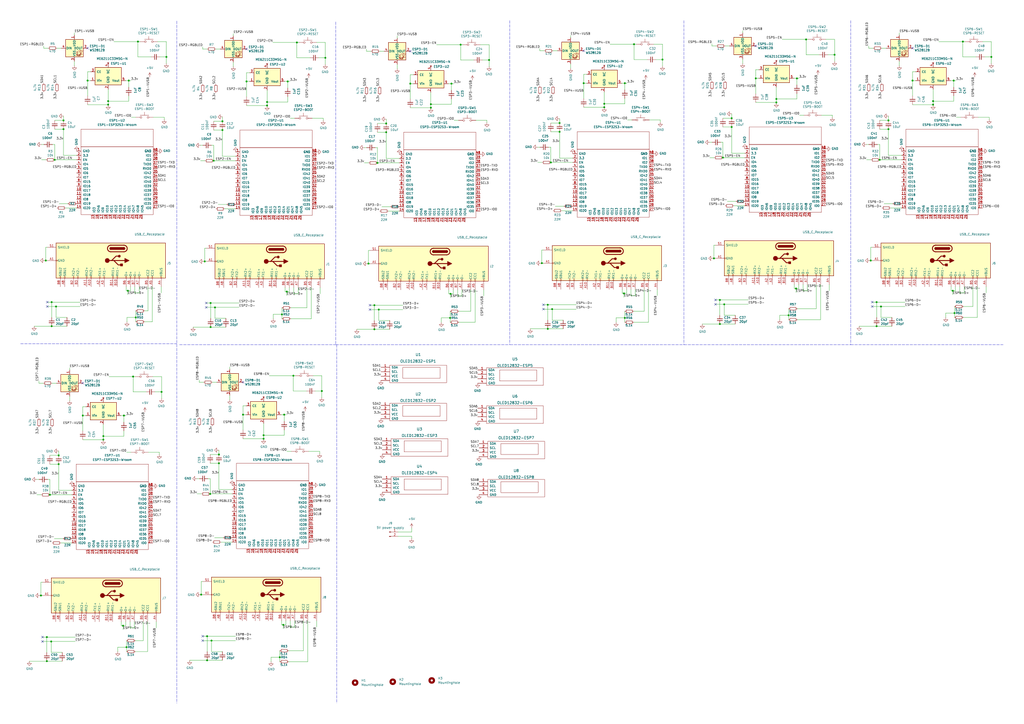
<source format=kicad_sch>
(kicad_sch (version 20211123) (generator eeschema)
  (paper "A2")
  (title_block (title "NerdRACK-Simple") (date "2023-04-15") (rev "0.8") (company "morpheans.com") (comment 1 "Dr CADIC Philippe"))
  (lib_symbols
    (symbol "Connector:Conn_01x02_Male" (pin_names (offset 1.016) hide)
      (property "Reference" "J" (at 0 2.54 0))
      (property "Value" "Conn_01x02_Male" (at 0 -5.08 0))
      (symbol "Conn_01x02_Male_1_1"
        (pin passive line (at 5.08 0 180) (length 3.81) (name "Pin_1") (number "1"))
        (pin passive line (at 5.08 -2.54 180) (length 3.81) (name "Pin_2") (number "2"))
      )
    )
    (symbol "Connector:USB_C_Receptacle" (pin_names (offset 1.016))
      (property "Reference" "J" (at -10.16 29.21 0))
      (property "Value" "USB_C_Receptacle" (at 10.16 29.21 0))
      (symbol "USB_C_Receptacle_1_1"
        (pin passive line (at 0 -40.64 90) (length 5.08) (name "GND") (number "A1"))
        (pin bidirectional line (at 15.24 -15.24 180) (length 5.08) (name "RX2-") (number "A10"))
        (pin bidirectional line (at 15.24 -17.78 180) (length 5.08) (name "RX2+") (number "A11"))
        (pin passive line (at 0 -40.64 90) (length 5.08) hide (name "GND") (number "A12"))
        (pin bidirectional line (at 15.24 -10.16 180) (length 5.08) (name "TX1+") (number "A2"))
        (pin bidirectional line (at 15.24 -7.62 180) (length 5.08) (name "TX1-") (number "A3"))
        (pin passive line (at 15.24 25.4 180) (length 5.08) (name "VBUS") (number "A4"))
        (pin bidirectional line (at 15.24 20.32 180) (length 5.08) (name "CC1") (number "A5"))
        (pin bidirectional line (at 15.24 7.62 180) (length 5.08) (name "D+") (number "A6"))
        (pin bidirectional line (at 15.24 12.7 180) (length 5.08) (name "D-") (number "A7"))
        (pin bidirectional line (at 15.24 -30.48 180) (length 5.08) (name "SBU1") (number "A8"))
        (pin passive line (at 15.24 25.4 180) (length 5.08) hide (name "VBUS") (number "A9"))
        (pin passive line (at 0 -40.64 90) (length 5.08) hide (name "GND") (number "B1"))
        (pin bidirectional line (at 15.24 0 180) (length 5.08) (name "RX1-") (number "B10"))
        (pin bidirectional line (at 15.24 -2.54 180) (length 5.08) (name "RX1+") (number "B11"))
        (pin passive line (at 0 -40.64 90) (length 5.08) hide (name "GND") (number "B12"))
        (pin bidirectional line (at 15.24 -25.4 180) (length 5.08) (name "TX2+") (number "B2"))
        (pin bidirectional line (at 15.24 -22.86 180) (length 5.08) (name "TX2-") (number "B3"))
        (pin passive line (at 15.24 25.4 180) (length 5.08) hide (name "VBUS") (number "B4"))
        (pin bidirectional line (at 15.24 17.78 180) (length 5.08) (name "CC2") (number "B5"))
        (pin bidirectional line (at 15.24 5.08 180) (length 5.08) (name "D+") (number "B6"))
        (pin bidirectional line (at 15.24 10.16 180) (length 5.08) (name "D-") (number "B7"))
        (pin bidirectional line (at 15.24 -33.02 180) (length 5.08) (name "SBU2") (number "B8"))
        (pin passive line (at 15.24 25.4 180) (length 5.08) hide (name "VBUS") (number "B9"))
        (pin passive line (at -7.62 -40.64 90) (length 5.08) (name "SHIELD") (number "S1"))
      )
    )
    (symbol "Device:C_Small" (pin_numbers hide) (pin_names (offset 0.254) hide)
      (property "Reference" "C" (at 0.254 1.778 0))
      (property "Value" "C_Small" (at 0.254 -2.032 0))
      (symbol "C_Small_1_1"
        (pin passive line (at 0 2.54 270) (length 2.032) (name "~") (number "1"))
        (pin passive line (at 0 -2.54 90) (length 2.032) (name "~") (number "2"))
      )
    )
    (symbol "Device:R_Small" (pin_numbers hide) (pin_names (offset 0.254) hide)
      (property "Reference" "R" (at 0.762 0.508 0))
      (property "Value" "R_Small" (at 0.762 -1.016 0))
      (symbol "R_Small_1_1"
        (pin passive line (at 0 2.54 270) (length 0.762) (name "~") (number "1"))
        (pin passive line (at 0 -2.54 90) (length 0.762) (name "~") (number "2"))
      )
    )
    (symbol "LED:WS2812B" (pin_names (offset 0.254))
      (property "Reference" "D" (at 5.08 5.715 0))
      (property "Value" "WS2812B" (at 1.27 -5.715 0))
      (symbol "WS2812B_0_0"
        (text "RGB" (at 2.286 -4.191 0) (effects (font (size 0.762 0.762))))
      )
      (symbol "WS2812B_1_1"
        (pin power_in line (at 0 7.62 270) (length 2.54) (name "VDD") (number "1"))
        (pin output line (at 7.62 0 180) (length 2.54) (name "DOUT") (number "2"))
        (pin power_in line (at 0 -7.62 90) (length 2.54) (name "VSS") (number "3"))
        (pin input line (at -7.62 0 0) (length 2.54) (name "DIN") (number "4"))
      )
    )
    (symbol "Mechanical:MountingHole" (pin_names (offset 1.016))
      (property "Reference" "H" (at 0 5.08 0))
      (property "Value" "MountingHole" (at 0 3.175 0))
    )
    (symbol "RACK-ESP32S3:ESP32S3-Wroom" (pin_names (offset 1.016))
      (property "Reference" "U" (at -3.81 -2.54 0))
      (property "Value" "ESP32S3-Wroom" (at 21.59 44.45 0))
      (symbol "ESP32S3-Wroom_1_1"
        (pin power_in line (at -2.54 36.83 0) (length 2.54) (name "GND") (number "1"))
        (pin bidirectional line (at -2.54 13.97 0) (length 2.54) (name "IO17") (number "10"))
        (pin bidirectional line (at -2.54 11.43 0) (length 2.54) (name "IO18") (number "11"))
        (pin bidirectional line (at -2.54 8.89 0) (length 2.54) (name "IO8") (number "12"))
        (pin bidirectional line (at -2.54 6.35 0) (length 2.54) (name "IO19") (number "13"))
        (pin bidirectional line (at -2.54 3.81 0) (length 2.54) (name "IO20") (number "14"))
        (pin bidirectional line (at 7.62 -2.54 90) (length 2.54) (name "IO3") (number "15"))
        (pin bidirectional line (at 10.16 -2.54 90) (length 2.54) (name "IO46") (number "16"))
        (pin bidirectional line (at 12.7 -2.54 90) (length 2.54) (name "IO9") (number "17"))
        (pin bidirectional line (at 15.24 -2.54 90) (length 2.54) (name "IO10") (number "18"))
        (pin bidirectional line (at 17.78 -2.54 90) (length 2.54) (name "IO11") (number "19"))
        (pin power_in line (at -2.54 34.29 0) (length 2.54) (name "3.3") (number "2"))
        (pin bidirectional line (at 20.32 -2.54 90) (length 2.54) (name "IO12") (number "20"))
        (pin bidirectional line (at 22.86 -2.54 90) (length 2.54) (name "IO13") (number "21"))
        (pin bidirectional line (at 25.4 -2.54 90) (length 2.54) (name "IO14") (number "22"))
        (pin bidirectional line (at 27.94 -2.54 90) (length 2.54) (name "IO21") (number "23"))
        (pin bidirectional line (at 30.48 -2.54 90) (length 2.54) (name "IO47") (number "24"))
        (pin bidirectional line (at 33.02 -2.54 90) (length 2.54) (name "IO48") (number "25"))
        (pin bidirectional line (at 35.56 -2.54 90) (length 2.54) (name "IO45") (number "26"))
        (pin bidirectional line (at 44.45 3.81 180) (length 2.54) (name "IO0") (number "27"))
        (pin bidirectional line (at 44.45 6.35 180) (length 2.54) (name "IO35") (number "28"))
        (pin bidirectional line (at 44.45 8.89 180) (length 2.54) (name "IO36") (number "29"))
        (pin bidirectional line (at -2.54 31.75 0) (length 2.54) (name "EN") (number "3"))
        (pin bidirectional line (at 44.45 11.43 180) (length 2.54) (name "IO37") (number "30"))
        (pin bidirectional line (at 44.45 13.97 180) (length 2.54) (name "IO38") (number "31"))
        (pin bidirectional line (at 44.45 16.51 180) (length 2.54) (name "IO39") (number "32"))
        (pin bidirectional line (at 44.45 19.05 180) (length 2.54) (name "IO40") (number "33"))
        (pin bidirectional line (at 44.45 21.59 180) (length 2.54) (name "IO41") (number "34"))
        (pin bidirectional line (at 44.45 24.13 180) (length 2.54) (name "IO42") (number "35"))
        (pin bidirectional line (at 44.45 26.67 180) (length 2.54) (name "RXD0") (number "36"))
        (pin bidirectional line (at 44.45 29.21 180) (length 2.54) (name "TXD0") (number "37"))
        (pin bidirectional line (at 44.45 31.75 180) (length 2.54) (name "IO2") (number "38"))
        (pin bidirectional line (at 44.45 34.29 180) (length 2.54) (name "IO1") (number "39"))
        (pin bidirectional line (at -2.54 29.21 0) (length 2.54) (name "IO4") (number "4"))
        (pin power_in line (at 44.45 36.83 180) (length 2.54) (name "GND") (number "40"))
        (pin power_in line (at 44.45 36.83 180) (length 2.54) (name "GND") (number "41"))
        (pin bidirectional line (at -2.54 26.67 0) (length 2.54) (name "IO5") (number "5"))
        (pin bidirectional line (at -2.54 24.13 0) (length 2.54) (name "IO6") (number "6"))
        (pin bidirectional line (at -2.54 21.59 0) (length 2.54) (name "IO7") (number "7"))
        (pin bidirectional line (at -2.54 19.05 0) (length 2.54) (name "IO15") (number "8"))
        (pin bidirectional line (at -2.54 16.51 0) (length 2.54) (name "IO16") (number "9"))
      )
    )
    (symbol "RACK-ESP32S3:ME6211C33M5G-N-1.8inch" (pin_names (offset 1.016))
      (property "Reference" "U102" (at 3.175 6.985 0))
      (property "Value" "ME6211C33M5G-N-1.8inch" (at -7.62 11.43 0))
      (symbol "ME6211C33M5G-N-1.8inch_1_1"
        (pin output line (at 10.16 -2.54 180) (length 2.54) (name "Vin") (number "1"))
        (pin power_in line (at 0 -7.62 90) (length 2.54) (name "GND") (number "2"))
        (pin power_out line (at 10.16 2.54 180) (length 2.54) (name "CE") (number "3"))
        (pin no_connect line (at 0 7.62 270) (length 2.54) (name "NC") (number "4"))
        (pin input line (at -10.16 -2.54 0) (length 2.54) (name "Vout") (number "5"))
      )
    )
    (symbol "RACK-ESP32S3:OLED12832-oled12832" (pin_names (offset 1.016))
      (property "Reference" "U1" (at 13.7668 16.4338 0))
      (property "Value" "OLED12832-oled12832" (at 13.7668 13.7414 0))
      (symbol "OLED12832-oled12832_1_1"
        (pin bidirectional line (at -5.08 10.16 0) (length 5.08) (name "SDA") (number "1"))
        (pin bidirectional line (at -5.08 7.62 0) (length 5.08) (name "SCL") (number "2"))
        (pin power_in line (at -5.08 5.08 0) (length 5.08) (name "VCC") (number "3"))
        (pin power_in line (at -5.08 2.54 0) (length 5.08) (name "GND") (number "4"))
      )
    )
    (symbol "Switch:SW_Push" (pin_numbers hide) (pin_names (offset 1.016) hide)
      (property "Reference" "SW" (at 1.27 2.54 0))
      (property "Value" "SW_Push" (at 0 -1.524 0))
      (symbol "SW_Push_0_1"
        (pin passive line (at -5.08 0 0) (length 2.54) (name "1") (number "1"))
        (pin passive line (at 5.08 0 180) (length 2.54) (name "2") (number "2"))
      )
    )
    (symbol "power:+5V" (power) (pin_names (offset 0))
      (property "Value" "+5V" (at 0 3.556 0))
      (symbol "+5V_1_1"
        (pin power_in line (at 0 0 90) (length 0) hide (name "+5V") (number "1"))
      )
    )
    (symbol "power:GND" (power) (pin_names (offset 0))
      (property "Value" "GND" (at 0 -3.81 0))
      (symbol "GND_1_1"
        (pin power_in line (at 0 0 270) (length 0) hide (name "GND") (number "1"))
      )
    )
  )
  (junction (at 118.745 151.638))
  (junction (at 414.147 149.86))
  (junction (at 505.079 151.13))
  (junction (at 129.032 70.358))
  (junction (at 283.718 34.798))
  (junction (at 122.682 371.602))
  (junction (at 143.002 47.244))
  (junction (at 317.754 190.754))
  (junction (at 508.508 175.26))
  (junction (at 23.749 345.44))
  (junction (at 140.97 240.538))
  (junction (at 424.434 73.66))
  (junction (at 50.8 46.736))
  (junction (at 553.212 46.736))
  (junction (at 96.52 33.02))
  (junction (at 261.874 48.514))
  (junction (at 249.936 60.452))
  (junction (at 218.948 94.488))
  (junction (at 362.458 48.26))
  (junction (at 74.676 46.736))
  (junction (at 34.036 264.16))
  (junction (at 237.998 48.514))
  (junction (at 367.792 25.654))
  (junction (at 541.274 58.674))
  (junction (at 29.972 175.26))
  (junction (at 417.576 173.99))
  (junction (at 71.882 241.046))
  (junction (at 267.208 25.908))
  (junction (at 116.713 344.932))
  (junction (at 127 268.732))
  (junction (at 350.52 60.198))
  (junction (at 80.01 24.13))
  (junction (at 152.908 254.508))
  (junction (at 320.294 179.324))
  (junction (at 217.17 177.038))
  (junction (at 27.178 383.54))
  (junction (at 461.772 167.386))
  (junction (at 163.576 182.372))
  (junction (at 26.543 151.13))
  (junction (at 164.846 240.538))
  (junction (at 417.576 187.96))
  (junction (at 73.406 375.412))
  (junction (at 120.142 383.032))
  (junction (at 121.92 286.512))
  (junction (at 122.174 175.768))
  (junction (at 515.366 69.85))
  (junction (at 36.83 74.93))
  (junction (at 462.28 45.466))
  (junction (at 164.338 362.458))
  (junction (at 62.738 58.674))
  (junction (at 154.94 59.182))
  (junction (at 511.048 177.8))
  (junction (at 324.612 71.374))
  (junction (at 219.71 179.578))
  (junction (at 338.582 48.26))
  (junction (at 122.174 189.738))
  (junction (at 419.354 91.44))
  (junction (at 48.006 241.046))
  (junction (at 162.306 381.254))
  (junction (at 213.741 152.908))
  (junction (at 62.738 60.706))
  (junction (at 166.878 47.244))
  (junction (at 319.532 94.234))
  (junction (at 261.112 184.404))
  (junction (at 438.404 45.466))
  (junction (at 27.178 369.57))
  (junction (at 224.028 71.628))
  (junction (at 78.74 184.15))
  (junction (at 28.956 287.02))
  (junction (at 361.95 170.18))
  (junction (at 93.726 227.33))
  (junction (at 217.17 191.008))
  (junction (at 36.83 69.85))
  (junction (at 170.18 217.932))
  (junction (at 553.72 181.61))
  (junction (at 324.612 76.454))
  (junction (at 59.944 252.984))
  (junction (at 71.374 362.966))
  (junction (at 541.274 60.706))
  (junction (at 317.754 176.784))
  (junction (at 154.94 61.214))
  (junction (at 29.718 372.11))
  (junction (at 249.936 62.484))
  (junction (at 186.69 226.822))
  (junction (at 457.454 182.88))
  (junction (at 29.972 189.23))
  (junction (at 34.036 269.24))
  (junction (at 32.512 177.8))
  (junction (at 166.37 169.164))
  (junction (at 508.508 189.23))
  (junction (at 123.952 93.218))
  (junction (at 552.704 168.656))
  (junction (at 420.116 176.53))
  (junction (at 467.614 22.86))
  (junction (at 59.944 255.016))
  (junction (at 188.722 33.528))
  (junction (at 384.302 34.544))
  (junction (at 77.216 218.44))
  (junction (at 74.168 168.656))
  (junction (at 224.028 76.708))
  (junction (at 362.458 184.404))
  (junction (at 261.366 170.434))
  (junction (at 172.212 24.638))
  (junction (at 152.908 252.476))
  (junction (at 424.434 68.58))
  (junction (at 558.546 24.13))
  (junction (at 575.056 33.02))
  (junction (at 350.52 62.23))
  (junction (at 450.342 59.436))
  (junction (at 484.124 31.75))
  (junction (at 129.032 75.438))
  (junction (at 510.286 92.71))
  (junction (at 515.366 74.93))
  (junction (at 529.336 46.736))
  (junction (at 120.142 369.062))
  (junction (at 314.325 152.654))
  (junction (at 31.75 92.71))
  (junction (at 124.714 178.308))
  (junction (at 127 263.652))
  (junction (at 450.342 57.404))
  (no_connect (at 140.97 221.742))
  (no_connect (at 505.968 175.26))
  (no_connect (at 438.404 26.67))
  (no_connect (at 27.432 175.26))
  (no_connect (at 415.036 176.53))
  (no_connect (at 27.432 177.8))
  (no_connect (at 315.214 179.324))
  (no_connect (at 119.634 175.768))
  (no_connect (at 529.336 27.94))
  (no_connect (at 338.582 29.464))
  (no_connect (at 117.602 371.602))
  (no_connect (at 214.63 179.578))
  (no_connect (at 48.006 222.25))
  (no_connect (at 214.63 177.038))
  (no_connect (at 24.638 372.11))
  (no_connect (at 505.968 177.8))
  (no_connect (at 119.634 178.308))
  (no_connect (at 50.8 27.94))
  (no_connect (at 315.214 176.784))
  (no_connect (at 117.602 369.062))
  (no_connect (at 143.002 28.448))
  (no_connect (at 237.998 29.718))
  (no_connect (at 24.638 369.57))
  (no_connect (at 415.036 173.99))
  (wire (pts (xy 213.868 94.488) (xy 211.328 94.488)))
  (wire (pts (xy 162.306 381.254) (xy 162.306 383.794)))
  (wire (pts (xy 511.556 27.94) (xy 514.096 27.94)))
  (wire (pts (xy 140.97 240.538) (xy 140.97 249.428)))
  (wire (pts (xy 366.014 171.45) (xy 366.014 167.894)))
  (wire (pts (xy 468.376 165.1) (xy 468.376 168.656)))
  (wire (pts (xy 48.006 255.016) (xy 59.944 255.016)))
  (wire (pts (xy 167.386 383.794) (xy 178.562 383.794)))
  (wire (pts (xy 75.438 364.236) (xy 77.978 364.236)))
  (polyline (pts (xy 195.326 199.898) (xy 195.326 407.924)))
  (wire (pts (xy 261.112 180.594) (xy 261.112 184.404)))
  (polyline (pts (xy 493.522 11.938) (xy 493.522 199.898)))
  (wire (pts (xy 314.325 145.034) (xy 315.214 145.034)))
  (wire (pts (xy 313.182 29.464) (xy 315.722 29.464)))
  (wire (pts (xy 183.642 24.638) (xy 188.722 24.638)))
  (wire (pts (xy 116.713 344.932) (xy 116.713 337.312)))
  (wire (pts (xy 93.726 218.44) (xy 93.726 227.33)))
  (wire (pts (xy 44.45 92.71) (xy 31.75 92.71)))
  (wire (pts (xy 226.06 185.928) (xy 219.71 185.928)))
  (wire (pts (xy 261.874 48.514) (xy 263.144 48.514)))
  (wire (pts (xy 178.054 166.878) (xy 178.054 178.562)))
  (wire (pts (xy 330.962 21.844) (xy 330.962 20.574)))
  (wire (pts (xy 350.52 53.34) (xy 350.52 60.198)))
  (wire (pts (xy 361.95 170.18) (xy 361.95 172.466)))
  (wire (pts (xy 317.754 176.784) (xy 334.264 176.784)))
  (wire (pts (xy 419.354 91.44) (xy 419.354 82.55)))
  (wire (pts (xy 484.124 31.75) (xy 484.124 35.56)))
  (wire (pts (xy 31.75 92.71) (xy 31.75 83.82)))
  (wire (pts (xy 319.532 94.234) (xy 319.532 85.344)))
  (wire (pts (xy 363.474 167.894) (xy 363.474 170.18)))
  (wire (pts (xy 265.938 69.85) (xy 263.398 69.85)))
  (wire (pts (xy 71.374 362.966) (xy 71.374 365.252)))
  (wire (pts (xy 475.996 185.42) (xy 475.996 165.1)))
  (wire (pts (xy 218.948 85.598) (xy 217.678 85.598)))
  (wire (pts (xy 184.912 33.528) (xy 188.722 33.528)))
  (wire (pts (xy 213.741 145.288) (xy 214.63 145.288)))
  (wire (pts (xy 41.656 287.02) (xy 28.956 287.02)))
  (wire (pts (xy 529.336 41.656) (xy 529.336 46.736)))
  (wire (pts (xy 78.232 169.926) (xy 78.232 166.37)))
  (wire (pts (xy 237.998 48.514) (xy 239.776 48.514)))
  (wire (pts (xy 465.836 168.656) (xy 465.836 165.1)))
  (wire (pts (xy 121.92 268.732) (xy 127 268.732)))
  (wire (pts (xy 249.936 53.594) (xy 249.936 60.452)))
  (wire (pts (xy 48.006 235.966) (xy 48.006 241.046)))
  (wire (pts (xy 43.18 20.32) (xy 43.18 19.05)))
  (wire (pts (xy 575.056 24.13) (xy 575.056 33.02)))
  (wire (pts (xy 249.936 60.452) (xy 249.936 62.484)))
  (wire (pts (xy 117.602 369.062) (xy 120.142 369.062)))
  (wire (pts (xy 70.358 362.966) (xy 70.358 360.68)))
  (wire (pts (xy 127 261.112) (xy 127 263.652)))
  (wire (pts (xy 231.648 94.488) (xy 218.948 94.488)))
  (wire (pts (xy 260.096 48.514) (xy 261.874 48.514)))
  (wire (pts (xy 466.344 66.802) (xy 463.804 66.802)))
  (wire (pts (xy 440.182 40.386) (xy 438.404 40.386)))
  (wire (pts (xy 556.768 169.926) (xy 559.308 169.926)))
  (wire (pts (xy 32.512 177.8) (xy 46.482 177.8)))
  (wire (pts (xy 40.386 229.87) (xy 40.386 232.41)))
  (wire (pts (xy 413.004 25.4) (xy 413.004 26.67)))
  (wire (pts (xy 164.338 362.458) (xy 163.322 362.458)))
  (wire (pts (xy 480.314 31.75) (xy 484.124 31.75)))
  (wire (pts (xy 224.028 76.708) (xy 224.028 91.948)))
  (wire (pts (xy 559.308 166.37) (xy 559.308 169.926)))
  (wire (pts (xy 484.124 22.86) (xy 484.124 31.75)))
  (wire (pts (xy 143.002 42.164) (xy 143.002 47.244)))
  (wire (pts (xy 450.342 59.436) (xy 450.342 59.69)))
  (wire (pts (xy 575.056 33.02) (xy 575.056 36.83)))
  (wire (pts (xy 467.614 31.75) (xy 467.614 22.86)))
  (wire (pts (xy 338.582 48.26) (xy 338.582 57.15)))
  (wire (pts (xy 213.741 152.908) (xy 214.63 152.908)))
  (wire (pts (xy 62.738 58.674) (xy 62.738 60.706)))
  (wire (pts (xy 74.168 168.656) (xy 73.152 168.656)))
  (wire (pts (xy 25.4 26.67) (xy 25.4 27.94)))
  (wire (pts (xy 262.89 170.434) (xy 261.366 170.434)))
  (wire (pts (xy 73.406 375.412) (xy 68.326 375.412)))
  (wire (pts (xy 119.634 178.308) (xy 124.714 178.308)))
  (wire (pts (xy 166.37 169.164) (xy 166.37 171.45)))
  (wire (pts (xy 188.722 24.638) (xy 188.722 33.528)))
  (wire (pts (xy 78.232 169.926) (xy 80.772 169.926)))
  (wire (pts (xy 465.836 168.656) (xy 468.376 168.656)))
  (wire (pts (xy 553.72 177.8) (xy 553.72 181.61)))
  (wire (pts (xy 267.97 168.148) (xy 267.97 171.704)))
  (wire (pts (xy 413.639 149.86) (xy 414.147 149.86)))
  (wire (pts (xy 324.612 76.454) (xy 324.612 91.694)))
  (wire (pts (xy 23.749 337.82) (xy 24.638 337.82)))
  (wire (pts (xy 553.212 46.736) (xy 554.482 46.736)))
  (wire (pts (xy 541.274 58.674) (xy 541.274 60.706)))
  (wire (pts (xy 166.878 56.134) (xy 166.878 59.182)))
  (wire (pts (xy 267.208 34.798) (xy 267.208 25.908)))
  (wire (pts (xy 163.576 182.372) (xy 158.496 182.372)))
  (wire (pts (xy 217.17 185.928) (xy 217.17 177.038)))
  (wire (pts (xy 326.644 190.754) (xy 317.754 190.754)))
  (wire (pts (xy 84.836 227.33) (xy 77.216 227.33)))
  (wire (pts (xy 320.294 185.674) (xy 320.294 179.324)))
  (wire (pts (xy 503.936 27.94) (xy 506.476 27.94)))
  (wire (pts (xy 77.216 218.44) (xy 63.246 218.44)))
  (wire (pts (xy 460.502 45.466) (xy 462.28 45.466)))
  (wire (pts (xy 383.032 69.596) (xy 383.032 70.866)))
  (wire (pts (xy 566.928 166.37) (xy 566.928 184.15)))
  (wire (pts (xy 179.07 261.874) (xy 185.42 261.874)))
  (wire (pts (xy 511.048 184.15) (xy 511.048 177.8)))
  (wire (pts (xy 164.846 240.538) (xy 164.846 244.348)))
  (polyline (pts (xy 104.14 199.898) (xy 194.818 199.898)))
  (wire (pts (xy 424.434 88.9) (xy 432.054 88.9)))
  (wire (pts (xy 186.69 217.932) (xy 186.69 226.822)))
  (wire (pts (xy 376.682 69.596) (xy 383.032 69.596)))
  (wire (pts (xy 131.064 184.658) (xy 124.714 184.658)))
  (wire (pts (xy 283.718 34.798) (xy 283.718 38.608)))
  (wire (pts (xy 214.63 177.038) (xy 217.17 177.038)))
  (wire (pts (xy 362.458 184.404) (xy 357.378 184.404)))
  (wire (pts (xy 71.882 249.936) (xy 71.882 252.984)))
  (wire (pts (xy 85.598 360.68) (xy 85.598 377.952)))
  (wire (pts (xy 166.878 47.244) (xy 168.148 47.244)))
  (wire (pts (xy 230.378 37.338) (xy 230.378 39.878)))
  (wire (pts (xy 140.97 240.538) (xy 142.748 240.538)))
  (wire (pts (xy 212.598 29.718) (xy 215.138 29.718)))
  (wire (pts (xy 27.432 177.8) (xy 32.512 177.8)))
  (wire (pts (xy 129.54 311.912) (xy 124.46 311.912)))
  (wire (pts (xy 275.59 168.148) (xy 275.59 186.944)))
  (wire (pts (xy 505.968 175.26) (xy 508.508 175.26)))
  (wire (pts (xy 183.642 363.728) (xy 183.642 360.172)))
  (wire (pts (xy 380.492 34.544) (xy 384.302 34.544)))
  (wire (pts (xy 162.306 377.444) (xy 162.306 381.254)))
  (wire (pts (xy 72.898 46.736) (xy 74.676 46.736)))
  (wire (pts (xy 256.032 184.404) (xy 256.032 186.944)))
  (wire (pts (xy 476.504 66.802) (xy 482.854 66.802)))
  (wire (pts (xy 129.032 67.818) (xy 129.032 70.358)))
  (wire (pts (xy 28.956 287.02) (xy 28.956 278.13)))
  (wire (pts (xy 29.718 378.46) (xy 29.718 372.11)))
  (wire (pts (xy 414.274 91.44) (xy 411.734 91.44)))
  (wire (pts (xy 571.246 33.02) (xy 575.056 33.02)))
  (wire (pts (xy 553.212 55.626) (xy 553.212 58.674)))
  (wire (pts (xy 366.014 171.45) (xy 368.554 171.45)))
  (wire (pts (xy 462.28 45.466) (xy 462.28 49.276)))
  (wire (pts (xy 163.322 362.458) (xy 163.322 360.172)))
  (wire (pts (xy 462.28 57.404) (xy 450.342 57.404)))
  (polyline (pts (xy 102.616 199.644) (xy 102.616 407.924)))
  (wire (pts (xy 324.612 91.694) (xy 332.232 91.694)))
  (polyline (pts (xy 295.91 199.898) (xy 396.748 199.898)))
  (polyline (pts (xy 396.748 199.898) (xy 493.522 199.898)))
  (wire (pts (xy 29.718 372.11) (xy 43.688 372.11)))
  (wire (pts (xy 29.972 189.23) (xy 19.812 189.23)))
  (wire (pts (xy 86.106 262.382) (xy 92.456 262.382)))
  (wire (pts (xy 166.37 169.164) (xy 165.354 169.164)))
  (wire (pts (xy 170.942 360.172) (xy 170.942 363.728)))
  (wire (pts (xy 49.784 235.966) (xy 48.006 235.966)))
  (wire (pts (xy 74.676 46.736) (xy 75.946 46.736)))
  (wire (pts (xy 508.508 175.26) (xy 525.018 175.26)))
  (wire (pts (xy 381.254 171.45) (xy 381.254 167.894)))
  (wire (pts (xy 187.452 68.58) (xy 187.452 69.85)))
  (wire (pts (xy 548.64 181.61) (xy 548.64 184.15)))
  (wire (pts (xy 504.571 151.13) (xy 505.079 151.13)))
  (wire (pts (xy 338.582 48.26) (xy 340.36 48.26)))
  (wire (pts (xy 26.67 92.71) (xy 24.13 92.71)))
  (wire (pts (xy 315.214 176.784) (xy 317.754 176.784)))
  (wire (pts (xy 261.874 48.514) (xy 261.874 52.324)))
  (wire (pts (xy 50.8 46.736) (xy 52.578 46.736)))
  (wire (pts (xy 87.63 33.02) (xy 80.01 33.02)))
  (wire (pts (xy 224.028 69.088) (xy 224.028 71.628)))
  (wire (pts (xy 482.854 66.802) (xy 482.854 68.072)))
  (wire (pts (xy 426.466 182.88) (xy 420.116 182.88)))
  (wire (pts (xy 552.704 168.656) (xy 551.688 168.656)))
  (wire (pts (xy 154.94 52.324) (xy 154.94 59.182)))
  (wire (pts (xy 143.002 47.244) (xy 143.002 56.134)))
  (wire (pts (xy 165.862 362.458) (xy 164.338 362.458)))
  (wire (pts (xy 360.68 48.26) (xy 362.458 48.26)))
  (wire (pts (xy 29.972 175.26) (xy 46.482 175.26)))
  (wire (pts (xy 75.946 262.382) (xy 73.406 262.382)))
  (wire (pts (xy 280.67 171.704) (xy 280.67 168.148)))
  (wire (pts (xy 552.704 168.656) (xy 552.704 170.942)))
  (wire (pts (xy 72.898 362.966) (xy 71.374 362.966)))
  (wire (pts (xy 268.478 25.908) (xy 267.208 25.908)))
  (wire (pts (xy 541.274 60.706) (xy 541.274 60.96)))
  (wire (pts (xy 510.286 92.71) (xy 510.286 83.82)))
  (wire (pts (xy 43.18 35.56) (xy 43.18 38.1)))
  (wire (pts (xy 164.846 240.538) (xy 166.116 240.538)))
  (wire (pts (xy 226.568 119.888) (xy 221.488 119.888)))
  (wire (pts (xy 80.01 33.02) (xy 80.01 24.13)))
  (wire (pts (xy 117.602 371.602) (xy 122.682 371.602)))
  (wire (pts (xy 170.18 217.932) (xy 156.21 217.932)))
  (wire (pts (xy 59.944 246.126) (xy 59.944 252.984)))
  (wire (pts (xy 36.83 67.31) (xy 36.83 69.85)))
  (wire (pts (xy 143.002 61.214) (xy 154.94 61.214)))
  (wire (pts (xy 505.079 151.13) (xy 505.968 151.13)))
  (polyline (pts (xy 102.616 12.192) (xy 102.616 199.39)))
  (wire (pts (xy 237.998 48.514) (xy 237.998 57.404)))
  (wire (pts (xy 116.713 337.312) (xy 117.602 337.312)))
  (wire (pts (xy 40.386 214.63) (xy 40.386 213.36)))
  (wire (pts (xy 93.726 227.33) (xy 93.726 231.14)))
  (wire (pts (xy 515.366 90.17) (xy 522.986 90.17)))
  (wire (pts (xy 27.432 175.26) (xy 29.972 175.26)))
  (wire (pts (xy 438.404 59.436) (xy 450.342 59.436)))
  (wire (pts (xy 165.1 47.244) (xy 166.878 47.244)))
  (wire (pts (xy 224.028 91.948) (xy 231.648 91.948)))
  (wire (pts (xy 170.18 226.822) (xy 170.18 217.932)))
  (wire (pts (xy 38.862 189.23) (xy 29.972 189.23)))
  (wire (pts (xy 122.682 371.602) (xy 136.652 371.602)))
  (wire (pts (xy 154.94 61.214) (xy 154.94 61.468)))
  (wire (pts (xy 121.92 277.622) (xy 120.65 277.622)))
  (wire (pts (xy 462.534 185.42) (xy 475.996 185.42)))
  (wire (pts (xy 165.354 169.164) (xy 165.354 166.878)))
  (wire (pts (xy 178.562 383.794) (xy 178.562 360.172)))
  (wire (pts (xy 24.638 372.11) (xy 29.718 372.11)))
  (wire (pts (xy 129.032 90.678) (xy 136.652 90.678)))
  (wire (pts (xy 529.336 46.736) (xy 529.336 55.626)))
  (wire (pts (xy 505.968 177.8) (xy 511.048 177.8)))
  (wire (pts (xy 78.74 184.15) (xy 78.74 186.69)))
  (wire (pts (xy 75.692 168.656) (xy 74.168 168.656)))
  (wire (pts (xy 172.974 166.878) (xy 172.974 170.434)))
  (wire (pts (xy 319.532 71.374) (xy 324.612 71.374)))
  (wire (pts (xy 457.454 182.88) (xy 457.454 185.42)))
  (wire (pts (xy 131.064 189.738) (xy 122.174 189.738)))
  (wire (pts (xy 120.142 377.952) (xy 120.142 369.062)))
  (wire (pts (xy 226.06 191.008) (xy 217.17 191.008)))
  (wire (pts (xy 34.036 269.24) (xy 34.036 284.48)))
  (wire (pts (xy 368.554 167.894) (xy 368.554 171.45)))
  (wire (pts (xy 96.52 33.02) (xy 96.52 36.83)))
  (wire (pts (xy 78.74 180.34) (xy 78.74 184.15)))
  (wire (pts (xy 123.952 93.218) (xy 123.952 84.328)))
  (wire (pts (xy 362.458 57.15) (xy 362.458 60.198)))
  (wire (pts (xy 93.472 169.926) (xy 93.472 166.37)))
  (wire (pts (xy 369.062 25.654) (xy 367.792 25.654)))
  (wire (pts (xy 463.296 167.386) (xy 461.772 167.386)))
  (wire (pts (xy 83.058 371.602) (xy 78.486 371.602)))
  (wire (pts (xy 23.876 287.02) (xy 21.336 287.02)))
  (wire (pts (xy 140.97 254.508) (xy 152.908 254.508)))
  (wire (pts (xy 121.92 263.652) (xy 127 263.652)))
  (wire (pts (xy 314.325 152.654) (xy 314.325 145.034)))
  (wire (pts (xy 25.4 27.94) (xy 27.94 27.94)))
  (wire (pts (xy 557.276 68.072) (xy 554.736 68.072)))
  (wire (pts (xy 220.218 29.718) (xy 222.758 29.718)))
  (wire (pts (xy 78.74 184.15) (xy 73.66 184.15)))
  (wire (pts (xy 505.206 92.71) (xy 502.666 92.71)))
  (wire (pts (xy 88.9 68.072) (xy 95.25 68.072)))
  (wire (pts (xy 508.508 189.23) (xy 498.348 189.23)))
  (wire (pts (xy 414.147 149.86) (xy 414.147 142.24)))
  (wire (pts (xy 152.908 254.508) (xy 152.908 254.762)))
  (wire (pts (xy 164.338 362.458) (xy 164.338 364.744)))
  (wire (pts (xy 89.916 227.33) (xy 93.726 227.33)))
  (wire (pts (xy 123.952 75.438) (xy 129.032 75.438)))
  (wire (pts (xy 71.882 241.046) (xy 71.882 244.856)))
  (wire (pts (xy 556.768 169.926) (xy 556.768 166.37)))
  (wire (pts (xy 188.722 33.528) (xy 188.722 37.338)))
  (wire (pts (xy 170.434 170.434) (xy 172.974 170.434)))
  (wire (pts (xy 167.894 169.164) (xy 166.37 169.164)))
  (wire (pts (xy 48.006 241.046) (xy 48.006 249.936)))
  (wire (pts (xy 23.749 345.44) (xy 24.638 345.44)))
  (wire (pts (xy 315.214 179.324) (xy 320.294 179.324)))
  (wire (pts (xy 164.846 252.476) (xy 152.908 252.476)))
  (wire (pts (xy 22.606 220.98) (xy 22.606 222.25)))
  (wire (pts (xy 460.756 167.386) (xy 460.756 165.1)))
  (wire (pts (xy 62.738 60.706) (xy 62.738 60.96)))
  (wire (pts (xy 116.84 286.512) (xy 114.3 286.512)))
  (wire (pts (xy 415.036 173.99) (xy 417.576 173.99)))
  (wire (pts (xy 127 268.732) (xy 127 283.972)))
  (wire (pts (xy 22.606 222.25) (xy 25.146 222.25)))
  (wire (pts (xy 181.102 68.58) (xy 187.452 68.58)))
  (wire (pts (xy 314.452 94.234) (xy 311.912 94.234)))
  (wire (pts (xy 461.772 167.386) (xy 460.756 167.386)))
  (wire (pts (xy 117.602 28.448) (xy 120.142 28.448)))
  (wire (pts (xy 362.458 184.404) (xy 362.458 186.944)))
  (wire (pts (xy 166.878 47.244) (xy 166.878 51.054)))
  (wire (pts (xy 432.054 91.44) (xy 419.354 91.44)))
  (wire (pts (xy 180.594 184.912) (xy 168.656 184.912)))
  (wire (pts (xy 261.112 184.404) (xy 261.112 186.944)))
  (wire (pts (xy 426.974 116.84) (xy 421.894 116.84)))
  (wire (pts (xy 554.228 168.656) (xy 552.704 168.656)))
  (wire (pts (xy 260.35 170.434) (xy 260.35 168.148)))
  (polyline (pts (xy 396.748 11.938) (xy 396.748 199.898)))
  (wire (pts (xy 279.908 34.798) (xy 283.718 34.798)))
  (wire (pts (xy 505.079 151.13) (xy 505.079 143.51)))
  (wire (pts (xy 80.01 24.13) (xy 66.04 24.13)))
  (wire (pts (xy 505.079 143.51) (xy 505.968 143.51)))
  (wire (pts (xy 517.398 184.15) (xy 511.048 184.15)))
  (wire (pts (xy 450.342 57.404) (xy 450.342 59.436)))
  (wire (pts (xy 80.772 166.37) (xy 80.772 169.926)))
  (wire (pts (xy 265.43 171.704) (xy 265.43 168.148)))
  (wire (pts (xy 122.174 184.658) (xy 122.174 175.768)))
  (wire (pts (xy 218.948 76.708) (xy 224.028 76.708)))
  (wire (pts (xy 468.884 22.86) (xy 467.614 22.86)))
  (wire (pts (xy 218.948 71.628) (xy 224.028 71.628)))
  (wire (pts (xy 373.634 167.894) (xy 373.634 180.594)))
  (wire (pts (xy 450.342 50.546) (xy 450.342 57.404)))
  (wire (pts (xy 140.97 235.458) (xy 140.97 240.538)))
  (wire (pts (xy 419.354 73.66) (xy 424.434 73.66)))
  (wire (pts (xy 317.754 190.754) (xy 307.594 190.754)))
  (wire (pts (xy 379.222 25.654) (xy 384.302 25.654)))
  (wire (pts (xy 74.676 55.626) (xy 74.676 58.674)))
  (wire (pts (xy 564.388 166.37) (xy 564.388 177.8)))
  (wire (pts (xy 26.543 143.51) (xy 27.432 143.51)))
  (wire (pts (xy 167.386 377.444) (xy 176.022 377.444)))
  (wire (pts (xy 521.716 35.56) (xy 521.716 38.1)))
  (wire (pts (xy 426.466 187.96) (xy 417.576 187.96)))
  (wire (pts (xy 88.392 186.69) (xy 83.82 186.69)))
  (wire (pts (xy 510.286 74.93) (xy 515.366 74.93)))
  (wire (pts (xy 133.35 229.362) (xy 133.35 231.902)))
  (wire (pts (xy 553.72 181.61) (xy 553.72 184.15)))
  (wire (pts (xy 572.008 169.926) (xy 572.008 166.37)))
  (wire (pts (xy 172.212 33.528) (xy 172.212 24.638)))
  (wire (pts (xy 74.676 46.736) (xy 74.676 50.546)))
  (wire (pts (xy 425.704 119.38) (xy 432.054 119.38)))
  (wire (pts (xy 77.978 360.68) (xy 77.978 364.236)))
  (wire (pts (xy 168.402 363.728) (xy 170.942 363.728)))
  (wire (pts (xy 463.296 165.1) (xy 463.296 167.386)))
  (wire (pts (xy 118.872 93.218) (xy 116.332 93.218)))
  (wire (pts (xy 375.412 34.544) (xy 367.792 34.544)))
  (wire (pts (xy 39.37 118.11) (xy 34.29 118.11)))
  (wire (pts (xy 230.378 22.098) (xy 230.378 20.828)))
  (wire (pts (xy 122.682 377.952) (xy 122.682 371.602)))
  (wire (pts (xy 413.004 82.55) (xy 411.734 82.55)))
  (wire (pts (xy 324.612 68.834) (xy 324.612 71.374)))
  (wire (pts (xy 128.27 314.452) (xy 134.62 314.452)))
  (wire (pts (xy 362.458 48.26) (xy 363.728 48.26)))
  (wire (pts (xy 164.846 249.428) (xy 164.846 252.476)))
  (wire (pts (xy 71.374 362.966) (xy 70.358 362.966)))
  (wire (pts (xy 182.88 226.822) (xy 186.69 226.822)))
  (wire (pts (xy 266.192 186.944) (xy 275.59 186.944)))
  (wire (pts (xy 129.032 377.952) (xy 122.682 377.952)))
  (wire (pts (xy 219.71 185.928) (xy 219.71 179.578)))
  (wire (pts (xy 168.91 261.874) (xy 166.37 261.874)))
  (wire (pts (xy 120.142 369.062) (xy 136.652 369.062)))
  (wire (pts (xy 178.054 178.562) (xy 168.656 178.562)))
  (wire (pts (xy 415.036 176.53) (xy 420.116 176.53)))
  (wire (pts (xy 338.582 43.18) (xy 338.582 48.26)))
  (wire (pts (xy 130.302 121.158) (xy 136.652 121.158)))
  (wire (pts (xy 71.882 241.046) (xy 73.152 241.046)))
  (wire (pts (xy 73.152 168.656) (xy 73.152 166.37)))
  (wire (pts (xy 357.378 184.404) (xy 357.378 186.944)))
  (wire (pts (xy 567.436 68.072) (xy 573.786 68.072)))
  (wire (pts (xy 424.434 73.66) (xy 424.434 88.9)))
  (wire (pts (xy 91.44 24.13) (xy 96.52 24.13)))
  (wire (pts (xy 452.374 182.88) (xy 452.374 185.42)))
  (wire (pts (xy 73.406 371.602) (xy 73.406 375.412)))
  (wire (pts (xy 168.402 363.728) (xy 168.402 360.172)))
  (wire (pts (xy 123.952 70.358) (xy 129.032 70.358)))
  (wire (pts (xy 24.638 369.57) (xy 27.178 369.57)))
  (wire (pts (xy 154.94 59.182) (xy 154.94 61.214)))
  (wire (pts (xy 172.212 24.638) (xy 158.242 24.638)))
  (wire (pts (xy 85.598 377.952) (xy 78.486 377.952)))
  (wire (pts (xy 438.404 40.386) (xy 438.404 45.466)))
  (wire (pts (xy 68.326 375.412) (xy 68.326 377.952)))
  (wire (pts (xy 314.325 152.654) (xy 315.214 152.654)))
  (wire (pts (xy 180.594 166.878) (xy 180.594 184.912)))
  (wire (pts (xy 212.598 85.598) (xy 211.328 85.598)))
  (wire (pts (xy 144.78 42.164) (xy 143.002 42.164)))
  (wire (pts (xy 467.614 22.86) (xy 453.644 22.86)))
  (wire (pts (xy 419.354 68.58) (xy 424.434 68.58)))
  (wire (pts (xy 116.205 344.932) (xy 116.713 344.932)))
  (wire (pts (xy 564.388 177.8) (xy 558.8 177.8)))
  (wire (pts (xy 72.898 360.68) (xy 72.898 362.966)))
  (wire (pts (xy 116.713 344.932) (xy 117.602 344.932)))
  (wire (pts (xy 52.578 41.656) (xy 50.8 41.656)))
  (wire (pts (xy 50.8 41.656) (xy 50.8 46.736)))
  (wire (pts (xy 237.998 62.484) (xy 249.936 62.484)))
  (wire (pts (xy 173.482 24.638) (xy 172.212 24.638)))
  (wire (pts (xy 29.972 184.15) (xy 29.972 175.26)))
  (wire (pts (xy 225.298 122.428) (xy 231.648 122.428)))
  (wire (pts (xy 36.068 378.46) (xy 29.718 378.46)))
  (wire (pts (xy 127 283.972) (xy 134.62 283.972)))
  (wire (pts (xy 508.508 184.15) (xy 508.508 175.26)))
  (wire (pts (xy 38.862 184.15) (xy 32.512 184.15)))
  (wire (pts (xy 163.068 240.538) (xy 164.846 240.538)))
  (wire (pts (xy 142.748 235.458) (xy 140.97 235.458)))
  (wire (pts (xy 88.392 166.37) (xy 88.392 186.69)))
  (wire (pts (xy 363.474 170.18) (xy 361.95 170.18)))
  (wire (pts (xy 96.52 24.13) (xy 96.52 33.02)))
  (wire (pts (xy 554.228 166.37) (xy 554.228 168.656)))
  (polyline (pts (xy 11.938 199.39) (xy 102.616 199.39)))
  (wire (pts (xy 320.802 29.464) (xy 323.342 29.464)))
  (wire (pts (xy 123.952 84.328) (xy 122.682 84.328)))
  (wire (pts (xy 338.582 62.23) (xy 350.52 62.23)))
  (wire (pts (xy 261.112 184.404) (xy 256.032 184.404)))
  (wire (pts (xy 276.098 69.85) (xy 282.448 69.85)))
  (wire (pts (xy 517.906 118.11) (xy 512.826 118.11)))
  (wire (pts (xy 414.147 149.86) (xy 415.036 149.86)))
  (wire (pts (xy 125.222 28.448) (xy 127.762 28.448)))
  (wire (pts (xy 238.76 311.15) (xy 238.76 312.42)))
  (wire (pts (xy 531.114 41.656) (xy 529.336 41.656)))
  (wire (pts (xy 262.89 168.148) (xy 262.89 170.434)))
  (wire (pts (xy 23.749 345.44) (xy 23.749 337.82)))
  (wire (pts (xy 123.19 221.742) (xy 125.73 221.742)))
  (wire (pts (xy 417.576 187.96) (xy 407.416 187.96)))
  (wire (pts (xy 34.036 284.48) (xy 41.656 284.48)))
  (wire (pts (xy 179.832 33.528) (xy 172.212 33.528)))
  (wire (pts (xy 261.366 170.434) (xy 261.366 172.72)))
  (wire (pts (xy 88.646 218.44) (xy 93.726 218.44)))
  (wire (pts (xy 85.852 166.37) (xy 85.852 180.34)))
  (wire (pts (xy 131.572 118.618) (xy 126.492 118.618)))
  (wire (pts (xy 170.942 68.58) (xy 168.402 68.58)))
  (wire (pts (xy 59.944 252.984) (xy 59.944 255.016)))
  (wire (pts (xy 219.71 179.578) (xy 233.68 179.578)))
  (wire (pts (xy 330.962 37.084) (xy 330.962 39.624)))
  (wire (pts (xy 515.366 67.31) (xy 515.366 69.85)))
  (wire (pts (xy 212.598 28.448) (xy 212.598 29.718)))
  (wire (pts (xy 135.382 36.068) (xy 135.382 38.608)))
  (wire (pts (xy 238.76 308.61) (xy 238.76 306.324)))
  (wire (pts (xy 36.83 74.93) (xy 36.83 90.17)))
  (wire (pts (xy 122.174 175.768) (xy 138.684 175.768)))
  (wire (pts (xy 163.576 182.372) (xy 163.576 184.912)))
  (wire (pts (xy 158.496 182.372) (xy 158.496 184.912)))
  (wire (pts (xy 120.142 383.032) (xy 109.982 383.032)))
  (wire (pts (xy 420.624 26.67) (xy 423.164 26.67)))
  (wire (pts (xy 118.237 151.638) (xy 118.745 151.638)))
  (wire (pts (xy 78.74 68.072) (xy 76.2 68.072)))
  (wire (pts (xy 529.336 60.706) (xy 541.274 60.706)))
  (wire (pts (xy 438.404 45.466) (xy 438.404 54.356)))
  (wire (pts (xy 31.75 83.82) (xy 30.48 83.82)))
  (wire (pts (xy 217.17 177.038) (xy 233.68 177.038)))
  (wire (pts (xy 186.69 226.822) (xy 186.69 230.632)))
  (wire (pts (xy 317.754 185.674) (xy 317.754 176.784)))
  (wire (pts (xy 75.438 364.236) (xy 75.438 360.68)))
  (wire (pts (xy 90.678 364.236) (xy 90.678 360.68)))
  (wire (pts (xy 362.458 180.594) (xy 362.458 184.404)))
  (wire (pts (xy 261.366 170.434) (xy 260.35 170.434)))
  (wire (pts (xy 261.874 60.452) (xy 249.936 60.452)))
  (wire (pts (xy 75.692 166.37) (xy 75.692 168.656)))
  (wire (pts (xy 157.226 381.254) (xy 157.226 383.794)))
  (wire (pts (xy 124.714 178.308) (xy 138.684 178.308)))
  (wire (pts (xy 462.28 54.356) (xy 462.28 57.404)))
  (wire (pts (xy 362.458 48.26) (xy 362.458 52.07)))
  (wire (pts (xy 313.182 85.344) (xy 311.912 85.344)))
  (wire (pts (xy 83.058 360.68) (xy 83.058 371.602)))
  (wire (pts (xy 27.178 383.54) (xy 17.018 383.54)))
  (wire (pts (xy 50.8 60.706) (xy 62.738 60.706)))
  (wire (pts (xy 25.4 83.82) (xy 24.13 83.82)))
  (wire (pts (xy 95.25 68.072) (xy 95.25 69.342)))
  (wire (pts (xy 417.576 182.88) (xy 417.576 173.99)))
  (polyline (pts (xy 295.656 11.938) (xy 295.656 199.898)))
  (wire (pts (xy 167.894 166.878) (xy 167.894 169.164)))
  (wire (pts (xy 152.908 252.476) (xy 152.908 254.508)))
  (wire (pts (xy 119.634 175.768) (xy 122.174 175.768)))
  (wire (pts (xy 515.366 74.93) (xy 515.366 90.17)))
  (wire (pts (xy 74.168 168.656) (xy 74.168 170.942)))
  (wire (pts (xy 32.512 184.15) (xy 32.512 177.8)))
  (wire (pts (xy 360.934 170.18) (xy 360.934 167.894)))
  (wire (pts (xy 553.212 58.674) (xy 541.274 58.674)))
  (wire (pts (xy 214.63 179.578) (xy 219.71 179.578)))
  (wire (pts (xy 516.636 120.65) (xy 522.986 120.65)))
  (wire (pts (xy 129.032 383.032) (xy 120.142 383.032)))
  (wire (pts (xy 319.532 76.454) (xy 324.612 76.454)))
  (wire (pts (xy 31.75 74.93) (xy 36.83 74.93)))
  (wire (pts (xy 185.42 261.874) (xy 185.42 263.144)))
  (wire (pts (xy 265.43 171.704) (xy 267.97 171.704)))
  (wire (pts (xy 367.792 25.654) (xy 353.822 25.654)))
  (wire (pts (xy 237.998 43.434) (xy 237.998 48.514)))
  (wire (pts (xy 143.002 47.244) (xy 144.78 47.244)))
  (wire (pts (xy 350.52 60.198) (xy 350.52 62.23)))
  (wire (pts (xy 59.944 255.016) (xy 59.944 255.27)))
  (wire (pts (xy 367.792 34.544) (xy 367.792 25.654)))
  (wire (pts (xy 23.241 345.44) (xy 23.749 345.44)))
  (wire (pts (xy 481.076 168.656) (xy 481.076 165.1)))
  (wire (pts (xy 559.816 24.13) (xy 558.546 24.13)))
  (wire (pts (xy 553.72 181.61) (xy 548.64 181.61)))
  (wire (pts (xy 135.382 20.828) (xy 135.382 19.558)))
  (wire (pts (xy 313.817 152.654) (xy 314.325 152.654)))
  (wire (pts (xy 430.784 19.05) (xy 430.784 17.78)))
  (wire (pts (xy 27.178 369.57) (xy 43.688 369.57)))
  (wire (pts (xy 332.232 94.234) (xy 319.532 94.234)))
  (wire (pts (xy 413.004 26.67) (xy 415.544 26.67)))
  (wire (pts (xy 122.174 189.738) (xy 112.014 189.738)))
  (wire (pts (xy 171.45 217.932) (xy 170.18 217.932)))
  (wire (pts (xy 217.17 191.008) (xy 207.01 191.008)))
  (wire (pts (xy 133.35 214.122) (xy 133.35 212.852)))
  (wire (pts (xy 170.434 170.434) (xy 170.434 166.878)))
  (wire (pts (xy 473.456 179.07) (xy 473.456 165.1)))
  (wire (pts (xy 38.1 120.65) (xy 44.45 120.65)))
  (wire (pts (xy 121.92 286.512) (xy 121.92 277.622)))
  (wire (pts (xy 71.882 252.984) (xy 59.944 252.984)))
  (wire (pts (xy 35.306 314.96) (xy 41.656 314.96)))
  (wire (pts (xy 419.354 82.55) (xy 418.084 82.55)))
  (wire (pts (xy 85.852 180.34) (xy 83.82 180.34)))
  (wire (pts (xy 283.718 25.908) (xy 283.718 34.798)))
  (wire (pts (xy 384.302 25.654) (xy 384.302 34.544)))
  (wire (pts (xy 78.486 218.44) (xy 77.216 218.44)))
  (polyline (pts (xy 194.818 12.7) (xy 194.818 199.898)))
  (wire (pts (xy 177.8 226.822) (xy 170.18 226.822)))
  (wire (pts (xy 176.022 377.444) (xy 176.022 360.172)))
  (wire (pts (xy 361.95 170.18) (xy 360.934 170.18)))
  (wire (pts (xy 73.406 375.412) (xy 73.406 377.952)))
  (wire (pts (xy 249.936 62.484) (xy 249.936 62.738)))
  (wire (pts (xy 34.036 261.62) (xy 34.036 264.16)))
  (wire (pts (xy 362.458 60.198) (xy 350.52 60.198)))
  (wire (pts (xy 185.674 170.434) (xy 185.674 166.878)))
  (wire (pts (xy 36.576 312.42) (xy 31.496 312.42)))
  (wire (pts (xy 462.534 179.07) (xy 473.456 179.07)))
  (wire (pts (xy 376.174 186.944) (xy 367.538 186.944)))
  (wire (pts (xy 30.226 222.25) (xy 32.766 222.25)))
  (wire (pts (xy 573.786 68.072) (xy 573.786 69.342)))
  (wire (pts (xy 510.286 83.82) (xy 509.016 83.82)))
  (wire (pts (xy 503.936 83.82) (xy 502.666 83.82)))
  (wire (pts (xy 420.116 176.53) (xy 434.086 176.53)))
  (wire (pts (xy 27.178 378.46) (xy 27.178 369.57)))
  (wire (pts (xy 376.174 167.894) (xy 376.174 186.944)))
  (wire (pts (xy 566.166 33.02) (xy 558.546 33.02)))
  (wire (pts (xy 31.75 69.85) (xy 36.83 69.85)))
  (wire (pts (xy 319.532 85.344) (xy 318.262 85.344)))
  (wire (pts (xy 28.956 278.13) (xy 27.686 278.13)))
  (wire (pts (xy 551.434 46.736) (xy 553.212 46.736)))
  (wire (pts (xy 521.716 20.32) (xy 521.716 19.05)))
  (wire (pts (xy 373.634 180.594) (xy 367.538 180.594)))
  (wire (pts (xy 115.57 221.742) (xy 118.11 221.742)))
  (wire (pts (xy 36.068 383.54) (xy 27.178 383.54)))
  (wire (pts (xy 213.741 152.908) (xy 213.741 145.288)))
  (wire (pts (xy 517.398 189.23) (xy 508.508 189.23)))
  (wire (pts (xy 70.104 241.046) (xy 71.882 241.046)))
  (wire (pts (xy 462.28 45.466) (xy 463.55 45.466)))
  (wire (pts (xy 26.543 151.13) (xy 26.543 143.51)))
  (wire (pts (xy 438.404 45.466) (xy 440.182 45.466)))
  (wire (pts (xy 77.216 227.33) (xy 77.216 218.44)))
  (wire (pts (xy 414.147 142.24) (xy 415.036 142.24)))
  (wire (pts (xy 282.448 69.85) (xy 282.448 71.12)))
  (wire (pts (xy 22.606 278.13) (xy 21.336 278.13)))
  (wire (pts (xy 117.602 84.328) (xy 116.332 84.328)))
  (wire (pts (xy 230.886 308.61) (xy 238.76 308.61)))
  (wire (pts (xy 384.302 34.544) (xy 384.302 38.354)))
  (wire (pts (xy 313.182 28.194) (xy 313.182 29.464)))
  (wire (pts (xy 267.208 25.908) (xy 253.238 25.908)))
  (wire (pts (xy 48.006 241.046) (xy 49.784 241.046)))
  (wire (pts (xy 166.878 59.182) (xy 154.94 59.182)))
  (wire (pts (xy 511.048 177.8) (xy 525.018 177.8)))
  (wire (pts (xy 457.454 182.88) (xy 452.374 182.88)))
  (wire (pts (xy 320.294 179.324) (xy 334.264 179.324)))
  (wire (pts (xy 117.602 27.178) (xy 117.602 28.448)))
  (wire (pts (xy 461.772 167.386) (xy 461.772 169.672)))
  (wire (pts (xy 326.644 185.674) (xy 320.294 185.674)))
  (wire (pts (xy 558.546 33.02) (xy 558.546 24.13)))
  (wire (pts (xy 522.986 92.71) (xy 510.286 92.71)))
  (wire (pts (xy 366.522 69.596) (xy 363.982 69.596)))
  (wire (pts (xy 417.576 173.99) (xy 434.086 173.99)))
  (wire (pts (xy 118.745 151.638) (xy 118.745 144.018)))
  (wire (pts (xy 218.948 94.488) (xy 218.948 85.598)))
  (polyline (pts (xy 493.522 199.898) (xy 581.914 199.898)))
  (wire (pts (xy 26.035 151.13) (xy 26.543 151.13)))
  (wire (pts (xy 230.886 311.15) (xy 238.76 311.15)))
  (wire (pts (xy 33.02 27.94) (xy 35.56 27.94)))
  (wire (pts (xy 261.874 57.404) (xy 261.874 60.452)))
  (wire (pts (xy 430.784 34.29) (xy 430.784 36.83)))
  (wire (pts (xy 551.688 168.656) (xy 551.688 166.37)))
  (wire (pts (xy 566.928 184.15) (xy 558.8 184.15)))
  (wire (pts (xy 162.306 381.254) (xy 157.226 381.254)))
  (wire (pts (xy 92.71 33.02) (xy 96.52 33.02)))
  (wire (pts (xy 273.05 168.148) (xy 273.05 180.594)))
  (wire (pts (xy 325.882 122.174) (xy 332.232 122.174)))
  (wire (pts (xy 350.52 62.23) (xy 350.52 62.484)))
  (wire (pts (xy 475.234 31.75) (xy 467.614 31.75)))
  (wire (pts (xy 569.976 24.13) (xy 575.056 24.13)))
  (wire (pts (xy 181.61 217.932) (xy 186.69 217.932)))
  (wire (pts (xy 50.8 46.736) (xy 50.8 55.626)))
  (wire (pts (xy 541.274 51.816) (xy 541.274 58.674)))
  (wire (pts (xy 420.116 182.88) (xy 420.116 176.53)))
  (wire (pts (xy 529.336 46.736) (xy 531.114 46.736)))
  (wire (pts (xy 118.745 144.018) (xy 119.634 144.018)))
  (wire (pts (xy 558.546 24.13) (xy 544.576 24.13)))
  (wire (pts (xy 273.05 180.594) (xy 266.192 180.594)))
  (wire (pts (xy 28.956 269.24) (xy 34.036 269.24)))
  (wire (pts (xy 424.434 66.04) (xy 424.434 68.58)))
  (wire (pts (xy 118.745 151.638) (xy 119.634 151.638)))
  (wire (pts (xy 163.576 178.562) (xy 163.576 182.372)))
  (wire (pts (xy 165.862 360.172) (xy 165.862 362.458)))
  (wire (pts (xy 134.62 286.512) (xy 121.92 286.512)))
  (wire (pts (xy 81.28 24.13) (xy 80.01 24.13)))
  (wire (pts (xy 479.044 22.86) (xy 484.124 22.86)))
  (wire (pts (xy 36.83 90.17) (xy 44.45 90.17)))
  (wire (pts (xy 26.543 151.13) (xy 27.432 151.13)))
  (wire (pts (xy 213.233 152.908) (xy 213.741 152.908)))
  (wire (pts (xy 28.956 264.16) (xy 34.036 264.16)))
  (wire (pts (xy 553.212 46.736) (xy 553.212 50.546)))
  (wire (pts (xy 73.66 184.15) (xy 73.66 186.69)))
  (wire (pts (xy 74.676 58.674) (xy 62.738 58.674)))
  (wire (pts (xy 327.152 119.634) (xy 322.072 119.634)))
  (wire (pts (xy 115.57 220.472) (xy 115.57 221.742)))
  (wire (pts (xy 152.908 245.618) (xy 152.908 252.476)))
  (wire (pts (xy 62.738 51.816) (xy 62.738 58.674)))
  (wire (pts (xy 239.776 43.434) (xy 237.998 43.434)))
  (wire (pts (xy 278.638 25.908) (xy 283.718 25.908)))
  (wire (pts (xy 503.936 26.67) (xy 503.936 27.94)))
  (wire (pts (xy 340.36 43.18) (xy 338.582 43.18)))
  (wire (pts (xy 510.286 69.85) (xy 515.366 69.85)))
  (wire (pts (xy 274.828 34.798) (xy 267.208 34.798)))
  (wire (pts (xy 136.652 93.218) (xy 123.952 93.218)))
  (wire (pts (xy 115.57 277.622) (xy 114.3 277.622)))
  (wire (pts (xy 129.032 75.438) (xy 129.032 90.678)))
  (polyline (pts (xy 194.818 199.898) (xy 295.656 199.898)))
  (wire (pts (xy 124.714 184.658) (xy 124.714 178.308)))
  (wire (pts (xy 92.456 262.382) (xy 92.456 263.652)))
  (wire (pts (xy 457.454 179.07) (xy 457.454 182.88)))
  (label "3.3v" (at 117.602 53.848 270))
  (label "ESP3-D+" (at 233.68 177.038 0))
  (label "ESP8-VUSB" (at 140.97 245.872 180))
  (label "ESP3-VUSB" (at 230.378 20.828 0))
  (label "SDA1" (at 220.98 213.106 180))
  (label "ESP4-VUSB" (at 330.962 20.574 0))
  (label "3.3v" (at 25.4 53.34 270))
  (label "ESP7-D-" (at 43.688 372.11 0))
  (label "ESP2-D-" (at 126.492 118.618 180))
  (label "ESP3-D-" (at 233.68 179.578 0))
  (label "ESP3-IO0" (at 263.398 69.85 180))
  (label "ESP7-IO0" (at 73.406 262.382 180))
  (label "ESP4-IO0" (at 363.982 69.596 180))
  (label "ESP8-IO0" (at 181.61 314.452 0))
  (label "SDA3" (at 212.598 50.038 90))
  (label "SCL7" (at 277.876 259.842 180))
  (label "SCL5" (at 277.114 217.17 180))
  (label "ESP2-IO0" (at 183.642 121.158 0))
  (label "ESP7-D+" (at 30.226 314.96 180))
  (label "ESP1-RGBLED" (at 44.45 97.79 180))
  (label "ESP3-EN" (at 253.238 25.908 180))
  (label "ESP4-VUSB" (at 338.582 53.594 180))
  (label "ESP2-VUSB" (at 143.002 52.578 180))
  (label "ESP2-D+" (at 166.37 171.45 0))
  (label "ESP5-VUSB" (at 430.784 17.78 0))
  (label "ESP6-D-" (at 512.826 118.11 180))
  (label "SDA5" (at 479.044 101.6 0))
  (label "ESP2-D+" (at 125.222 121.158 180))
  (label "ESP7-D+" (at 71.374 365.252 0))
  (label "ESP4-D-" (at 334.264 179.324 0))
  (label "ESP1-VUSB" (at 43.18 19.05 0))
  (label "SCL4" (at 221.742 280.416 180))
  (label "3.3v" (at 30.226 247.65 270))
  (label "ESP4-D+" (at 361.95 172.466 0))
  (label "ESP8-RGBLED" (at 115.57 220.472 90))
  (label "3.3v" (at 277.876 284.48 180))
  (label "ESP6-D+" (at 552.704 170.942 0))
  (label "SDA6" (at 569.976 102.87 0))
  (label "3.3v" (at 33.02 53.34 270))
  (label "SDA2" (at 183.642 103.378 0))
  (label "ESP2-VUSB" (at 135.382 19.558 0))
  (label "SCL1" (at 91.44 105.41 0))
  (label "ESP1-RXD" (at 91.44 97.79 0))
  (label "ESP1-IO0" (at 91.44 120.65 0))
  (label "3.3v" (at 311.912 94.234 180))
  (label "ESP6-VUSB" (at 565.404 44.704 270))
  (label "3.3v" (at 75.946 46.736 0))
  (label "SDA7" (at 22.606 242.57 90))
  (label "SDA2" (at 220.98 235.204 180))
  (label "ESP4-IO0" (at 379.222 122.174 0))
  (label "ESP1-EN" (at 66.04 24.13 180))
  (label "ESP1-D+" (at 33.02 120.65 180))
  (label "ESP2-VUSB" (at 179.07 45.212 270))
  (label "ESP7-RXD" (at 88.646 292.1 0))
  (label "3.3v" (at 420.624 52.07 270))
  (label "ESP4-RXD" (at 379.222 99.314 0))
  (label "ESP3-RXD" (at 278.638 99.568 0))
  (label "3.3v" (at 554.482 46.736 0))
  (label "3.3v" (at 263.144 48.514 0))
  (label "ESP6-VUSB" (at 521.716 19.05 0))
  (label "3.3v" (at 73.152 241.046 0))
  (label "ESP6-RXD" (at 569.976 97.79 0))
  (label "ESP1-D+" (at 46.482 175.26 0))
  (label "SCL6" (at 511.556 48.26 90))
  (label "ESP7-D-" (at 77.978 362.458 0))
  (label "ESP6-D+" (at 525.018 175.26 0))
  (label "3.3v" (at 114.3 286.512 180))
  (label "3.3v" (at 115.57 247.142 270))
  (label "3.3v" (at 363.728 48.26 0))
  (label "ESP6-IO0" (at 554.736 68.072 180))
  (label "ESP4-VUSB" (at 374.65 46.228 270))
  (label "ESP3-D-" (at 267.97 169.926 0))
  (label "SCL6" (at 569.976 105.41 0))
  (label "ESP1-D-" (at 80.772 168.148 0))
  (label "ESP2-EN" (at 158.242 24.638 180))
  (label "ESP8-RGBLED" (at 134.62 291.592 180))
  (label "ESP4-D+" (at 320.802 122.174 180))
  (label "ESP5-IO0" (at 463.804 66.802 180))
  (label "3.3v" (at 211.328 94.488 180))
  (label "ESP5-VUSB" (at 438.404 50.8 180))
  (label "SDA1" (at 91.44 102.87 0))
  (label "3.3v" (at 277.114 219.71 180))
  (label "ESP4-D+" (at 334.264 176.784 0))
  (label "3.3v" (at 168.148 47.244 0))
  (label "ESP7-TXD" (at 88.646 289.56 0))
  (label "ESP3-TXD" (at 278.638 97.028 0))
  (label "SCL6" (at 277.114 239.268 180))
  (label "ESP1-VUSB" (at 86.868 44.704 270))
  (label "ESP8-VUSB" (at 177.038 238.506 270))
  (label "ESP5-VUSB" (at 474.472 43.434 270))
  (label "SDA8" (at 115.57 242.062 90))
  (label "3.3v" (at 277.876 262.382 180))
  (label "SDA4" (at 313.182 49.784 90))
  (label "ESP5-TXD" (at 479.044 93.98 0))
  (label "ESP2-D+" (at 138.684 175.768 0))
  (label "ESP8-D-" (at 124.46 311.912 180))
  (label "SCL5" (at 420.624 46.99 90))
  (label "ESP4-EN" (at 353.822 25.654 180))
  (label "ESP1-VUSB" (at 93.472 169.926 270))
  (label "ESP8-D+" (at 123.19 314.452 180))
  (label "ESP3-D+" (at 220.218 122.428 180))
  (label "ESP7-EN" (at 39.116 287.02 180))
  (label "ESP4-TXD" (at 379.222 96.774 0))
  (label "ESP5-D-" (at 468.376 166.878 0))
  (label "SDA4" (at 379.222 104.394 0))
  (label "3.3v" (at 413.004 52.07 270))
  (label "3.3v" (at 220.98 218.186 180))
  (label "SCL8" (at 123.19 242.062 90))
  (label "3.3v" (at 502.666 92.71 180))
  (label "ESP2-RGBLED" (at 136.652 98.298 180))
  (label "ESP6-EN" (at 520.446 92.71 180))
  (label "3.3v" (at 212.598 55.118 270))
  (label "3.3v" (at 220.98 240.284 180))
  (label "3.3v" (at 320.802 54.864 270))
  (label "3.3v" (at 503.936 53.34 270))
  (label "ESP2-RGBLED" (at 117.602 27.178 180))
  (label "ESP3-EN" (at 229.108 94.488 180))
  (label "SDA7" (at 277.876 257.302 180))
  (label "ESP4-D-" (at 368.554 169.672 0))
  (label "SDA5" (at 277.114 214.63 180))
  (label "SCL1" (at 220.98 215.646 180))
  (label "3.3v" (at 277.114 241.808 180))
  (label "SCL5" (at 479.044 104.14 0))
  (label "ESP5-D+" (at 434.086 173.99 0))
  (label "SDA8" (at 181.61 296.672 0))
  (label "SDA4" (at 221.742 277.876 180))
  (label "ESP4-RGBLED" (at 332.232 99.314 180))
  (label "ESP8-VUSB" (at 183.642 363.728 270))
  (label "ESP1-IO0" (at 76.2 68.072 180))
  (label "ESP3-D-" (at 221.488 119.888 180))
  (label "ESP7-D+" (at 43.688 369.57 0))
  (label "ESP6-D-" (at 525.018 177.8 0))
  (label "ESP7-D-" (at 31.496 312.42 180))
  (label "3.3v" (at 220.218 55.118 270))
  (label "ESP8-D-" (at 136.652 371.602 0))
  (label "ESP8-VUSB" (at 133.35 212.852 0))
  (label "ESP5-D+" (at 461.772 169.672 0))
  (label "ESP6-VUSB" (at 572.008 169.926 270))
  (label "3.3v" (at 411.734 91.44 180))
  (label "ESP2-D-" (at 138.684 178.308 0))
  (label "ESP5-D-" (at 421.894 116.84 180))
  (label "ESP2-IO0" (at 168.402 68.58 180))
  (label "ESP8-D+" (at 136.652 369.062 0))
  (label "SCL2" (at 125.222 48.768 90))
  (label "ESP5-RGBLED" (at 432.054 96.52 180))
  (label "ESP4-D-" (at 322.072 119.634 180))
  (label "ESP3-IO0" (at 278.638 122.428 0))
  (label "SDA2" (at 117.602 48.768 90))
  (label "ESP2-TXD" (at 183.642 95.758 0))
  (label "ESP3-VUSB" (at 237.998 53.848 180))
  (label "3.3v" (at 511.556 53.34 270))
  (label "ESP5-RXD" (at 479.044 96.52 0))
  (label "SDA6" (at 277.114 236.728 180))
  (label "ESP5-D-" (at 434.086 176.53 0))
  (label "ESP7-VUSB" (at 40.386 213.36 0))
  (label "3.3v" (at 36.83 81.28 180))
  (label "ESP4-RGBLED" (at 313.182 28.194 180))
  (label "ESP8-IO0" (at 166.37 261.874 180))
  (label "ESP6-IO0" (at 569.976 120.65 0))
  (label "ESP2-VUSB" (at 185.674 170.434 270))
  (label "3.3v" (at 166.116 240.538 0))
  (label "3.3v" (at 21.336 287.02 180))
  (label "ESP7-IO0" (at 88.646 314.96 0))
  (label "3.3v" (at 221.742 260.858 180))
  (label "ESP6-D+" (at 511.556 120.65 180))
  (label "ESP7-RGBLED" (at 22.606 220.98 90))
  (label "ESP7-VUSB" (at 48.006 246.38 180))
  (label "ESP7-EN" (at 63.246 218.44 180))
  (label "ESP6-VUSB" (at 529.336 52.07 180))
  (label "SDA7" (at 88.646 297.18 0))
  (label "ESP1-D+" (at 74.168 170.942 0))
  (label "3.3v" (at 324.612 82.804 180))
  (label "ESP8-TXD" (at 181.61 289.052 0))
  (label "ESP1-D-" (at 34.29 118.11 180))
  (label "ESP8-D+" (at 164.338 364.744 0))
  (label "ESP6-TXD" (at 569.976 95.25 0))
  (label "SDA6" (at 503.936 48.26 90))
  (label "SDA5" (at 413.004 46.99 90))
  (label "ESP2-EN" (at 134.112 93.218 180))
  (label "ESP7-VUSB" (at 84.074 239.014 270))
  (label "ESP5-EN" (at 453.644 22.86 180))
  (label "ESP3-D+" (at 261.366 172.72 0))
  (label "ESP5-VUSB" (at 481.076 168.656 270))
  (label "SCL4" (at 320.802 49.784 90))
  (label "3.3v" (at 515.366 81.28 180))
  (label "ESP4-EN" (at 329.692 94.234 180))
  (label "SCL7" (at 30.226 242.57 90))
  (label "3.3v" (at 221.742 282.956 180))
  (label "3.3v" (at 463.55 45.466 0))
  (label "3.3v" (at 224.028 83.058 180))
  (label "3.3v" (at 127 275.082 180))
  (label "ESP6-RGBLED" (at 522.986 97.79 180))
  (label "SCL8" (at 277.876 281.94 180))
  (label "ESP1-RGBLED" (at 25.4 26.67 180))
  (label "ESP1-VUSB" (at 50.8 52.07 180))
  (label "ESP2-D-" (at 172.974 168.656 0))
  (label "ESP6-RGBLED" (at 503.936 26.67 90))
  (label "3.3v" (at 313.182 54.864 270))
  (label "ESP1-EN" (at 41.91 92.71 180))
  (label "ESP7-VUSB" (at 90.678 364.236 270))
  (label "SDA3" (at 278.638 104.648 0))
  (label "SCL2" (at 220.98 237.744 180))
  (label "ESP3-RGBLED" (at 231.648 99.568 180))
  (label "ESP8-EN" (at 156.21 217.932 180))
  (label "ESP7-RGBLED" (at 41.656 292.1 180))
  (label "SCL7" (at 88.646 299.72 0))
  (label "SCL2" (at 183.642 105.918 0))
  (label "SCL1" (at 33.02 48.26 90))
  (label "3.3v" (at 129.032 81.788 180))
  (label "3.3v" (at 116.332 93.218 180))
  (label "ESP1-TXD" (at 91.44 95.25 0))
  (label "ESP8-RXD" (at 181.61 291.592 0))
  (label "SCL3" (at 278.638 107.188 0))
  (label "ESP3-VUSB" (at 274.066 46.482 270))
  (label "ESP6-D-" (at 559.308 168.148 0))
  (label "ESP5-D+" (at 420.624 119.38 180))
  (label "ESP5-RGBLED" (at 413.004 25.4 180))
  (label "3.3v" (at 22.606 247.65 270))
  (label "ESP1-D-" (at 46.482 177.8 0))
  (label "ESP2-RXD" (at 183.642 98.298 0))
  (label "3.3v" (at 123.19 247.142 270))
  (label "3.3v" (at 24.13 92.71 180))
  (label "ESP8-D-" (at 170.942 361.95 0))
  (label "3.3v" (at 424.434 80.01 180))
  (label "SCL3" (at 220.218 50.038 90))
  (label "SCL3" (at 221.742 258.318 180))
  (label "SDA3" (at 221.742 255.778 180))
  (label "ESP5-EN" (at 429.514 91.44 180))
  (label "SCL8" (at 181.61 299.212 0))
  (label "ESP5-IO0" (at 479.044 119.38 0))
  (label "ESP3-VUSB" (at 280.67 171.704 270))
  (label "ESP4-VUSB" (at 381.254 171.45 270))
  (label "ESP8-EN" (at 132.08 286.512 180))
  (label "3.3v" (at 125.222 53.848 270))
  (label "SCL4" (at 379.222 106.934 0))
  (label "SDA1" (at 25.4 48.26 90))
  (label "ESP6-EN" (at 544.576 24.13 180))
  (label "ESP3-RGBLED" (at 212.598 28.448 180))
  (label "3.3v" (at 34.036 275.59 180))
  (label "SDA8" (at 277.876 279.4 180))
  (symbol (lib_id "Device:C_Small") (at 36.83 72.39 0) (unit 1)
    (property "Reference" "C4" (at 39.1668 71.2216 0) (effects (justify left)))
    (property "Value" "10uF" (at 39.1668 73.533 0) (effects (justify left)))
    (property "Footprint" "Capacitor_SMD:C_0603_1608Metric" (effects hide))
  )
  (symbol (lib_id "power:GND") (at 36.83 67.31 270) (unit 1)
    (property "Reference" "#PWR0105" (effects hide))
    (property "Value" "GND" (at 33.5788 67.437 90) (effects (justify right)))
  )
  (symbol (lib_id "Device:C_Small") (at 31.75 72.39 0) (unit 1)
    (property "Reference" "C3" (at 25.4 74.93 90) (effects (justify left)))
    (property "Value" "100nF" (at 27.94 74.93 90) (effects (justify left)))
    (property "Footprint" "Capacitor_SMD:C_0603_1608Metric" (effects hide))
  )
  (symbol (lib_id "Device:R_Small") (at 29.21 92.71 90) (mirror x) (unit 1)
    (property "Reference" "R3" (at 29.21 87.7316 90))
    (property "Value" "10k" (at 29.21 90.043 90))
    (property "Footprint" "Resistor_SMD:R_0603_1608Metric" (effects hide))
  )
  (symbol (lib_id "Device:C_Small") (at 27.94 83.82 90) (mirror x) (unit 1)
    (property "Reference" "C6" (at 30.48 77.47 90) (effects (justify left)))
    (property "Value" "100nF" (at 30.48 80.01 90) (effects (justify left)))
    (property "Footprint" "Capacitor_SMD:C_0603_1608Metric" (effects hide))
  )
  (symbol (lib_id "power:GND") (at 24.13 83.82 270) (mirror x) (unit 1)
    (property "Reference" "#PWR0106" (effects hide))
    (property "Value" "GND" (at 20.8788 83.693 90) (effects (justify right)))
  )
  (symbol (lib_id "power:GND") (at 19.812 189.23 0) (unit 1)
    (property "Reference" "#PWR0107" (effects hide))
    (property "Value" "GND" (at 19.939 193.6242 0))
  )
  (symbol (lib_id "Switch:SW_Push") (at 86.36 24.13 0) (mirror y) (unit 1)
    (property "Reference" "ESP1-SW1" (at 86.36 16.891 0))
    (property "Value" "ESP1-RESET" (at 86.36 19.2024 0))
    (property "Footprint" "Button_Switch_SMD:SW_SPST_B3U-1000P" (effects hide))
  )
  (symbol (lib_id "power:GND") (at 96.52 36.83 0) (mirror y) (unit 1)
    (property "Reference" "#PWR0108" (effects hide))
    (property "Value" "GND" (at 96.393 41.2242 0))
  )
  (symbol (lib_id "Device:C_Small") (at 90.17 33.02 90) (mirror x) (unit 1)
    (property "Reference" "C5" (at 92.71 26.67 90) (effects (justify left)))
    (property "Value" "100nF" (at 92.71 29.21 90) (effects (justify left)))
    (property "Footprint" "Capacitor_SMD:C_0603_1608Metric" (effects hide))
  )
  (symbol (lib_id "Switch:SW_Push") (at 83.82 68.072 0) (unit 1)
    (property "Reference" "ESP1-SW2" (at 83.82 60.833 0))
    (property "Value" "ESP1-BOOT" (at 83.82 63.1444 0))
    (property "Footprint" "Button_Switch_SMD:SW_SPST_B3U-1000P" (effects hide))
  )
  (symbol (lib_id "power:GND") (at 95.25 69.342 0) (unit 1)
    (property "Reference" "#PWR0109" (effects hide))
    (property "Value" "GND" (at 95.377 73.7362 0))
  )
  (symbol (lib_id "Device:C_Small") (at 29.972 186.69 0) (unit 1)
    (property "Reference" "C1" (at 32.3088 185.5216 0) (effects (justify left)))
    (property "Value" "20pF" (at 32.3088 187.833 0) (effects (justify left)))
    (property "Footprint" "Capacitor_SMD:C_0603_1608Metric" (effects hide))
  )
  (symbol (lib_id "Device:C_Small") (at 38.862 186.69 0) (unit 1)
    (property "Reference" "C2" (at 41.1988 185.5216 0) (effects (justify left)))
    (property "Value" "20pF" (at 41.1988 187.833 0) (effects (justify left)))
    (property "Footprint" "Capacitor_SMD:C_0603_1608Metric" (effects hide))
  )
  (symbol (lib_id "LED:WS2812B") (at 43.18 27.94 0) (unit 1)
    (property "Reference" "ESP1-D1" (at 51.9176 26.7716 0) (effects (justify left)))
    (property "Value" "WS2812B" (at 51.9176 29.083 0) (effects (justify left)))
    (property "Footprint" "LED_SMD:LED_WS2812B_PLCC4_5.0x5.0mm_P3.2mm" (effects hide))
    (property "Datasheet" "https://cdn-shop.adafruit.com/datasheets/WS2812B.pdf" (effects hide))
  )
  (symbol (lib_id "power:GND") (at 43.18 38.1 0) (unit 1)
    (property "Reference" "#PWR0111" (effects hide))
    (property "Value" "GND" (at 43.307 41.3512 90) (effects (justify right)))
  )
  (symbol (lib_id "Device:R_Small") (at 30.48 27.94 270) (unit 1)
    (property "Reference" "R5" (at 30.48 25.4 90))
    (property "Value" "470" (at 30.353 29.718 90))
    (property "Footprint" "Resistor_SMD:R_0603_1608Metric" (effects hide))
  )
  (symbol (lib_id "Connector:USB_C_Receptacle") (at 68.072 151.13 270) (unit 1)
    (property "Reference" "J5" (at 96.774 152.6794 90) (effects (justify left)))
    (property "Value" "USB_C_Receptacle" (at 77.978 135.89 90) (effects (justify left)))
    (property "Footprint" "18650:GT-USB-7010" (effects hide))
    (property "Datasheet" "https://www.usb.org/sites/default/files/documents/usb_type-c.zip" (effects hide))
  )
  (symbol (lib_id "power:GND") (at 26.035 151.13 270) (unit 1)
    (property "Reference" "#PWR0118" (effects hide))
    (property "Value" "GND" (at 22.7838 151.257 90) (effects (justify right)))
  )
  (symbol (lib_id "power:GND") (at 91.44 87.63 90) (unit 1)
    (property "Reference" "#PWR0101" (effects hide))
    (property "Value" "GND" (at 94.6912 87.503 90) (effects (justify right)))
  )
  (symbol (lib_id "power:GND") (at 44.45 87.63 180) (unit 1)
    (property "Reference" "#PWR0102" (effects hide))
    (property "Value" "GND" (at 44.323 84.3788 90) (effects (justify right)))
  )
  (symbol (lib_id "Device:R_Small") (at 41.91 118.11 90) (mirror x) (unit 1)
    (property "Reference" "R2" (at 41.91 118.11 90))
    (property "Value" "22R" (at 41.91 121.92 90))
    (property "Footprint" "Resistor_SMD:R_0603_1608Metric" (effects hide))
  )
  (symbol (lib_id "Device:R_Small") (at 35.56 120.65 90) (mirror x) (unit 1)
    (property "Reference" "R1" (at 35.56 123.19 90))
    (property "Value" "22R" (at 35.56 125.73 90))
    (property "Footprint" "Resistor_SMD:R_0603_1608Metric" (effects hide))
  )
  (symbol (lib_id "Device:R_Small") (at 25.4 50.8 0) (mirror y) (unit 1)
    (property "Reference" "R13" (at 22.86 50.8 90))
    (property "Value" "4.7k" (at 20.32 50.8 90))
    (property "Footprint" "Resistor_SMD:R_0603_1608Metric" (effects hide))
  )
  (symbol (lib_id "Device:R_Small") (at 33.02 50.8 0) (mirror y) (unit 1)
    (property "Reference" "R14" (at 30.48 50.8 90))
    (property "Value" "4.7k" (at 27.94 50.8 90))
    (property "Footprint" "Resistor_SMD:R_0603_1608Metric" (effects hide))
  )
  (symbol (lib_id "Device:C_Small") (at 477.774 31.75 90) (mirror x) (unit 1)
    (property "Reference" "C40" (at 480.314 25.4 90) (effects (justify left)))
    (property "Value" "100nF" (at 480.314 27.94 90) (effects (justify left)))
    (property "Footprint" "Capacitor_SMD:C_0603_1608Metric" (effects hide))
  )
  (symbol (lib_id "power:GND") (at 187.452 69.85 0) (unit 1)
    (property "Reference" "#PWR0113" (effects hide))
    (property "Value" "GND" (at 187.579 74.2442 0))
  )
  (symbol (lib_id "power:GND") (at 521.716 38.1 0) (unit 1)
    (property "Reference" "#PWR0160" (effects hide))
    (property "Value" "GND" (at 521.843 41.3512 90) (effects (justify right)))
  )
  (symbol (lib_id "Device:R_Small") (at 509.016 27.94 270) (unit 1)
    (property "Reference" "R33" (at 509.016 25.4 90))
    (property "Value" "470" (at 508.889 29.718 90))
    (property "Footprint" "Resistor_SMD:R_0603_1608Metric" (effects hide))
  )
  (symbol (lib_id "power:GND") (at 278.638 89.408 90) (unit 1)
    (property "Reference" "#PWR0132" (effects hide))
    (property "Value" "GND" (at 281.8892 89.281 90) (effects (justify right)))
  )
  (symbol (lib_id "RACK-ESP32S3:OLED12832-oled12832") (at 226.06 223.266 0) (unit 1)
    (property "Reference" "U1" (at 242.57 205.74 0) (effects (font (size 1.524 1.524))))
    (property "Value" "OLED12832-ESP1" (at 242.57 209.55 0) (effects (font (size 1.524 1.524))))
    (property "Footprint" "18650:OLED-0.91-128x32" (effects hide))
  )
  (symbol (lib_id "power:GND") (at 230.378 39.878 0) (unit 1)
    (property "Reference" "#PWR0125" (effects hide))
    (property "Value" "GND" (at 230.505 43.1292 90) (effects (justify right)))
  )
  (symbol (lib_id "power:GND") (at 88.646 281.94 90) (unit 1)
    (property "Reference" "#PWR0173" (effects hide))
    (property "Value" "GND" (at 91.8972 281.813 90) (effects (justify right)))
  )
  (symbol (lib_id "Switch:SW_Push") (at 81.026 262.382 0) (unit 1)
    (property "Reference" "ESP7-SW1" (at 81.026 255.143 0))
    (property "Value" "ESP7-BOOT" (at 81.026 257.4544 0))
    (property "Footprint" "Button_Switch_SMD:SW_SPST_B3U-1000P" (effects hide))
  )
  (symbol (lib_id "Device:R_Small") (at 222.758 122.428 90) (mirror x) (unit 1)
    (property "Reference" "R17" (at 222.758 124.968 90))
    (property "Value" "22R" (at 222.758 127.508 90))
    (property "Footprint" "Resistor_SMD:R_0603_1608Metric" (effects hide))
  )
  (symbol (lib_id "Device:R_Small") (at 212.598 52.578 0) (mirror y) (unit 1)
    (property "Reference" "R11" (at 210.058 52.578 90))
    (property "Value" "4.7k" (at 207.518 52.578 90))
    (property "Footprint" "Resistor_SMD:R_0603_1608Metric" (effects hide))
  )
  (symbol (lib_id "power:GND") (at 68.326 377.952 0) (unit 1)
    (property "Reference" "#PWR0205" (effects hide))
    (property "Value" "GND" (at 68.453 382.3462 0))
  )
  (symbol (lib_id "power:GND") (at 231.648 89.408 180) (unit 1)
    (property "Reference" "#PWR0133" (effects hide))
    (property "Value" "GND" (at 231.521 86.1568 90) (effects (justify right)))
  )
  (symbol (lib_id "Device:C_Small") (at 180.34 226.822 90) (mirror x) (unit 1)
    (property "Reference" "C64" (at 182.88 220.472 90) (effects (justify left)))
    (property "Value" "100nF" (at 182.88 223.012 90) (effects (justify left)))
    (property "Footprint" "Capacitor_SMD:C_0603_1608Metric" (effects hide))
  )
  (symbol (lib_id "Device:C_Small") (at 277.368 34.798 90) (mirror x) (unit 1)
    (property "Reference" "C24" (at 279.908 28.448 90) (effects (justify left)))
    (property "Value" "100nF" (at 279.908 30.988 90) (effects (justify left)))
    (property "Footprint" "Capacitor_SMD:C_0603_1608Metric" (effects hide))
  )
  (symbol (lib_id "power:GND") (at 430.784 36.83 0) (unit 1)
    (property "Reference" "#PWR0150" (effects hide))
    (property "Value" "GND" (at 430.911 40.0812 90) (effects (justify right)))
  )
  (symbol (lib_id "Device:C_Small") (at 166.878 53.594 180) (unit 1)
    (property "Reference" "C15" (at 173.228 51.054 90) (effects (justify left)))
    (property "Value" "1uF" (at 170.688 51.054 90) (effects (justify left)))
    (property "Footprint" "Capacitor_SMD:C_0603_1608Metric" (effects hide))
  )
  (symbol (lib_id "Device:R_Small") (at 119.38 286.512 90) (mirror x) (unit 1)
    (property "Reference" "R44" (at 119.38 281.5336 90))
    (property "Value" "10k" (at 119.38 283.845 90))
    (property "Footprint" "Resistor_SMD:R_0603_1608Metric" (effects hide))
  )
  (symbol (lib_id "Switch:SW_Push") (at 473.964 22.86 0) (mirror y) (unit 1)
    (property "Reference" "ESP5-SW2" (at 473.964 15.621 0))
    (property "Value" "ESP5-RESET" (at 473.964 17.9324 0))
    (property "Footprint" "Button_Switch_SMD:SW_SPST_B3U-1000P" (effects hide))
  )
  (symbol (lib_id "power:GND") (at 484.124 35.56 0) (mirror y) (unit 1)
    (property "Reference" "#PWR0153" (effects hide))
    (property "Value" "GND" (at 483.997 39.9542 0))
  )
  (symbol (lib_id "Device:C_Small") (at 338.582 59.69 180) (unit 1)
    (property "Reference" "C30" (at 344.932 57.15 90) (effects (justify left)))
    (property "Value" "1uF" (at 342.392 57.15 90) (effects (justify left)))
    (property "Footprint" "Capacitor_SMD:C_0603_1608Metric" (effects hide))
  )
  (symbol (lib_id "power:GND") (at 450.342 59.69 0) (unit 1)
    (property "Reference" "#PWR0152" (effects hide))
    (property "Value" "GND" (at 450.469 64.0842 0))
  )
  (symbol (lib_id "power:GND") (at 307.594 190.754 0) (unit 1)
    (property "Reference" "#PWR0142" (effects hide))
    (property "Value" "GND" (at 307.721 195.1482 0))
  )
  (symbol (lib_id "power:+5V") (at 86.868 44.704 0) (unit 1)
    (property "Reference" "#PWR0104" (effects hide))
    (property "Value" "+5V" (at 86.868 39.37 0))
  )
  (symbol (lib_id "Device:R_Small") (at 364.998 180.594 270) (unit 1)
    (property "Reference" "R55" (at 364.998 178.054 90))
    (property "Value" "5.1k" (at 364.871 182.372 90))
    (property "Footprint" "Resistor_SMD:R_0603_1608Metric" (effects hide))
  )
  (symbol (lib_id "RACK-ESP32S3:ME6211C33M5G-N-1.8inch") (at 350.52 45.72 0) (mirror y) (unit 1)
    (property "Reference" "ESP4-U2" (at 356.616 38.354 0))
    (property "Value" "ME6211C33M5G-N" (at 352.806 35.56 0))
    (property "Footprint" "Package_TO_SOT_SMD:SOT-23-5" (effects hide))
    (property "Datasheet" "http://ww1.microchip.com/downloads/en/DeviceDoc/20001984g.pdf" (effects hide))
  )
  (symbol (lib_id "Device:C_Small") (at 71.882 247.396 180) (unit 1)
    (property "Reference" "C55" (at 78.232 244.856 90) (effects (justify left)))
    (property "Value" "1uF" (at 75.692 244.856 90) (effects (justify left)))
    (property "Footprint" "Capacitor_SMD:C_0603_1608Metric" (effects hide))
  )
  (symbol (lib_id "RACK-ESP32S3:ESP32S3-Wroom") (at 44.196 318.77 0) (unit 1)
    (property "Reference" "ESP7-U1" (at 65.151 264.16 0))
    (property "Value" "ESP7-ESP32S3-Wroom" (at 65.151 266.7 0))
    (property "Footprint" "18650:ESP32-S3-WROOM-1" (effects hide))
  )
  (symbol (lib_id "power:GND") (at 221.742 263.398 0) (mirror y) (unit 1)
    (property "Reference" "#PWR0193" (effects hide))
    (property "Value" "GND" (at 221.615 267.7922 0))
  )
  (symbol (lib_id "power:GND") (at 92.456 263.652 0) (unit 1)
    (property "Reference" "#PWR0174" (effects hide))
    (property "Value" "GND" (at 92.583 268.0462 0))
  )
  (symbol (lib_id "Device:C_Small") (at 424.434 71.12 0) (unit 1)
    (property "Reference" "C36" (at 426.7708 69.9516 0) (effects (justify left)))
    (property "Value" "10uF" (at 426.7708 72.263 0) (effects (justify left)))
    (property "Footprint" "Capacitor_SMD:C_0603_1608Metric" (effects hide))
  )
  (symbol (lib_id "Switch:SW_Push") (at 83.566 218.44 0) (mirror y) (unit 1)
    (property "Reference" "ESP7-SW2" (at 83.566 211.201 0))
    (property "Value" "ESP7-RESET" (at 83.566 213.5124 0))
    (property "Footprint" "Button_Switch_SMD:SW_SPST_B3U-1000P" (effects hide))
  )
  (symbol (lib_id "power:GND") (at 112.014 189.738 0) (unit 1)
    (property "Reference" "#PWR0122" (effects hide))
    (property "Value" "GND" (at 112.141 194.1322 0))
  )
  (symbol (lib_id "Device:C_Small") (at 36.068 381 0) (unit 1)
    (property "Reference" "C53" (at 38.4048 379.8316 0) (effects (justify left)))
    (property "Value" "20pF" (at 38.4048 382.143 0) (effects (justify left)))
    (property "Footprint" "Capacitor_SMD:C_0603_1608Metric" (effects hide))
  )
  (symbol (lib_id "Device:C_Small") (at 122.174 187.198 0) (unit 1)
    (property "Reference" "C10" (at 124.5108 186.0296 0) (effects (justify left)))
    (property "Value" "20pF" (at 124.5108 188.341 0) (effects (justify left)))
    (property "Footprint" "Capacitor_SMD:C_0603_1608Metric" (effects hide))
  )
  (symbol (lib_id "power:GND") (at 277.114 244.348 0) (mirror y) (unit 1)
    (property "Reference" "#PWR0195" (effects hide))
    (property "Value" "GND" (at 276.987 248.7422 0))
  )
  (symbol (lib_id "Switch:SW_Push") (at 173.99 261.874 0) (unit 1)
    (property "Reference" "ESP8-SW1" (at 173.99 254.635 0))
    (property "Value" "ESP8-BOOT" (at 173.99 256.9464 0))
    (property "Footprint" "Button_Switch_SMD:SW_SPST_B3U-1000P" (effects hide))
  )
  (symbol (lib_id "RACK-ESP32S3:OLED12832-oled12832") (at 282.956 267.462 0) (unit 1)
    (property "Reference" "U7" (at 299.466 250.19 0) (effects (font (size 1.524 1.524))))
    (property "Value" "OLED12832-ESP7" (at 299.466 254 0) (effects (font (size 1.524 1.524))))
    (property "Footprint" "18650:OLED-0.91-128x32" (effects hide))
  )
  (symbol (lib_id "Device:C_Small") (at 217.17 188.468 0) (unit 1)
    (property "Reference" "C18" (at 219.5068 187.2996 0) (effects (justify left)))
    (property "Value" "20pF" (at 219.5068 189.611 0) (effects (justify left)))
    (property "Footprint" "Capacitor_SMD:C_0603_1608Metric" (effects hide))
  )
  (symbol (lib_id "Device:R_Small") (at 134.112 118.618 90) (mirror x) (unit 1)
    (property "Reference" "R10" (at 134.112 118.618 90))
    (property "Value" "22R" (at 134.112 122.428 90))
    (property "Footprint" "Resistor_SMD:R_0603_1608Metric" (effects hide))
  )
  (symbol (lib_id "Device:R_Small") (at 30.226 245.11 0) (mirror y) (unit 1)
    (property "Reference" "R40" (at 27.686 245.11 90))
    (property "Value" "4.7k" (at 25.146 245.11 90))
    (property "Footprint" "Resistor_SMD:R_0603_1608Metric" (effects hide))
  )
  (symbol (lib_id "Device:R_Small") (at 320.802 52.324 0) (mirror y) (unit 1)
    (property "Reference" "R22" (at 318.262 52.324 90))
    (property "Value" "4.7k" (at 315.722 52.324 90))
    (property "Footprint" "Resistor_SMD:R_0603_1608Metric" (effects hide))
  )
  (symbol (lib_id "Connector:USB_C_Receptacle") (at 158.242 344.932 270) (unit 1)
    (property "Reference" "J8" (at 186.944 346.4814 90) (effects (justify left)))
    (property "Value" "USB_C_Receptacle" (at 168.148 329.692 90) (effects (justify left)))
    (property "Footprint" "18650:GT-USB-7010" (effects hide))
    (property "Datasheet" "https://www.usb.org/sites/default/files/documents/usb_type-c.zip" (effects hide))
  )
  (symbol (lib_id "power:GND") (at 136.652 88.138 180) (unit 1)
    (property "Reference" "#PWR0115" (effects hide))
    (property "Value" "GND" (at 136.525 84.8868 90) (effects (justify right)))
  )
  (symbol (lib_id "Device:C_Small") (at 462.28 51.816 180) (unit 1)
    (property "Reference" "C39" (at 468.63 49.276 90) (effects (justify left)))
    (property "Value" "1uF" (at 466.09 49.276 90) (effects (justify left)))
    (property "Footprint" "Capacitor_SMD:C_0603_1608Metric" (effects hide))
  )
  (symbol (lib_id "Connector:USB_C_Receptacle") (at 455.676 149.86 270) (unit 1)
    (property "Reference" "J4" (at 484.378 151.4094 90) (effects (justify left)))
    (property "Value" "USB_C_Receptacle" (at 465.582 134.62 90) (effects (justify left)))
    (property "Footprint" "18650:GT-USB-7010" (effects hide))
    (property "Datasheet" "https://www.usb.org/sites/default/files/documents/usb_type-c.zip" (effects hide))
  )
  (symbol (lib_id "power:GND") (at 515.366 67.31 270) (unit 1)
    (property "Reference" "#PWR0162" (effects hide))
    (property "Value" "GND" (at 512.1148 67.437 90) (effects (justify right)))
  )
  (symbol (lib_id "power:GND") (at 154.94 61.468 0) (unit 1)
    (property "Reference" "#PWR0119" (effects hide))
    (property "Value" "GND" (at 155.067 65.8622 0))
  )
  (symbol (lib_id "Device:C_Small") (at 215.138 85.598 90) (mirror x) (unit 1)
    (property "Reference" "C17" (at 217.678 79.248 90) (effects (justify left)))
    (property "Value" "100nF" (at 217.678 81.788 90) (effects (justify left)))
    (property "Footprint" "Capacitor_SMD:C_0603_1608Metric" (effects hide))
  )
  (symbol (lib_id "LED:WS2812B") (at 40.386 222.25 0) (unit 1)
    (property "Reference" "ESP7-D1" (at 49.1236 221.0816 0) (effects (justify left)))
    (property "Value" "WS2812B" (at 49.1236 223.393 0) (effects (justify left)))
    (property "Footprint" "LED_SMD:LED_WS2812B_PLCC4_5.0x5.0mm_P3.2mm" (effects hide))
    (property "Datasheet" "https://cdn-shop.adafruit.com/datasheets/WS2812B.pdf" (effects hide))
  )
  (symbol (lib_id "Mechanical:MountingHole") (at 227.838 395.478 0) (unit 1)
    (property "Reference" "H2" (at 231.394 394.2079 0) (effects (justify left)))
    (property "Value" "MountingHole" (at 231.394 396.7479 0) (effects (justify left)))
    (property "Footprint" "MountingHole:MountingHole_3.5mm" (effects hide))
  )
  (symbol (lib_id "Device:R_Small") (at 364.998 186.944 270) (unit 1)
    (property "Reference" "R56" (at 364.998 184.404 90))
    (property "Value" "5.1k" (at 364.871 188.722 90))
    (property "Footprint" "Resistor_SMD:R_0603_1608Metric" (effects hide))
  )
  (symbol (lib_id "Device:R_Small") (at 117.602 51.308 0) (mirror y) (unit 1)
    (property "Reference" "R4" (at 115.062 51.308 90))
    (property "Value" "4.7k" (at 112.522 51.308 90))
    (property "Footprint" "Resistor_SMD:R_0603_1608Metric" (effects hide))
  )
  (symbol (lib_id "LED:WS2812B") (at 230.378 29.718 0) (unit 1)
    (property "Reference" "ESP3-D1" (at 239.1156 28.5496 0) (effects (justify left)))
    (property "Value" "WS2812B" (at 239.1156 30.861 0) (effects (justify left)))
    (property "Footprint" "LED_SMD:LED_WS2812B_PLCC4_5.0x5.0mm_P3.2mm" (effects hide))
    (property "Datasheet" "https://cdn-shop.adafruit.com/datasheets/WS2812B.pdf" (effects hide))
  )
  (symbol (lib_id "power:GND") (at 62.738 60.96 0) (unit 1)
    (property "Reference" "#PWR0103" (effects hide))
    (property "Value" "GND" (at 62.865 65.3542 0))
  )
  (symbol (lib_id "Device:C_Small") (at 426.466 185.42 0) (unit 1)
    (property "Reference" "C37" (at 428.8028 184.2516 0) (effects (justify left)))
    (property "Value" "20pF" (at 428.8028 186.563 0) (effects (justify left)))
    (property "Footprint" "Capacitor_SMD:C_0603_1608Metric" (effects hide))
  )
  (symbol (lib_id "Device:R_Small") (at 27.686 222.25 270) (unit 1)
    (property "Reference" "R39" (at 27.686 219.71 90))
    (property "Value" "470" (at 27.559 224.028 90))
    (property "Footprint" "Resistor_SMD:R_0603_1608Metric" (effects hide))
  )
  (symbol (lib_id "Device:R_Small") (at 26.416 287.02 90) (mirror x) (unit 1)
    (property "Reference" "R38" (at 26.416 282.0416 90))
    (property "Value" "10k" (at 26.416 284.353 90))
    (property "Footprint" "Resistor_SMD:R_0603_1608Metric" (effects hide))
  )
  (symbol (lib_id "Device:C_Small") (at 127 266.192 0) (unit 1)
    (property "Reference" "C60" (at 129.3368 265.0236 0) (effects (justify left)))
    (property "Value" "10uF" (at 129.3368 267.335 0) (effects (justify left)))
    (property "Footprint" "Capacitor_SMD:C_0603_1608Metric" (effects hide))
  )
  (symbol (lib_id "Device:C_Small") (at 568.706 33.02 90) (mirror x) (unit 1)
    (property "Reference" "C48" (at 571.246 26.67 90) (effects (justify left)))
    (property "Value" "100nF" (at 571.246 29.21 90) (effects (justify left)))
    (property "Footprint" "Capacitor_SMD:C_0603_1608Metric" (effects hide))
  )
  (symbol (lib_id "Device:R_Small") (at 329.692 119.634 90) (mirror x) (unit 1)
    (property "Reference" "R24" (at 329.692 119.634 90))
    (property "Value" "22R" (at 329.692 123.444 90))
    (property "Footprint" "Resistor_SMD:R_0603_1608Metric" (effects hide))
  )
  (symbol (lib_id "power:GND") (at 569.976 87.63 90) (unit 1)
    (property "Reference" "#PWR0163" (effects hide))
    (property "Value" "GND" (at 573.2272 87.503 90) (effects (justify right)))
  )
  (symbol (lib_id "power:GND") (at 238.76 312.42 0) (unit 1)
    (property "Reference" "#PWR0198" (effects hide))
    (property "Value" "GND" (at 238.76 317.5 0))
  )
  (symbol (lib_id "RACK-ESP32S3:OLED12832-oled12832") (at 226.06 245.364 0) (unit 1)
    (property "Reference" "U2" (at 242.57 228.6 0) (effects (font (size 1.524 1.524))))
    (property "Value" "OLED12832-ESP2" (at 242.57 232.41 0) (effects (font (size 1.524 1.524))))
    (property "Footprint" "18650:OLED-0.91-128x32" (effects hide))
  )
  (symbol (lib_id "power:GND") (at 432.054 86.36 180) (unit 1)
    (property "Reference" "#PWR0147" (effects hide))
    (property "Value" "GND" (at 431.927 83.1088 90) (effects (justify right)))
  )
  (symbol (lib_id "power:GND") (at 207.01 191.008 0) (unit 1)
    (property "Reference" "#PWR0127" (effects hide))
    (property "Value" "GND" (at 207.137 195.4022 0))
  )
  (symbol (lib_id "Device:C_Small") (at 164.846 246.888 180) (unit 1)
    (property "Reference" "C63" (at 171.196 244.348 90) (effects (justify left)))
    (property "Value" "1uF" (at 168.656 244.348 90) (effects (justify left)))
    (property "Footprint" "Capacitor_SMD:C_0603_1608Metric" (effects hide))
  )
  (symbol (lib_id "power:+5V") (at 274.066 46.482 0) (unit 1)
    (property "Reference" "#PWR0123" (effects hide))
    (property "Value" "+5V" (at 274.066 41.148 0))
  )
  (symbol (lib_id "RACK-ESP32S3:OLED12832-oled12832") (at 226.822 265.938 0) (unit 1)
    (property "Reference" "U3" (at 243.332 248.92 0) (effects (font (size 1.524 1.524))))
    (property "Value" "OLED12832-ESP3" (at 243.332 252.73 0) (effects (font (size 1.524 1.524))))
    (property "Footprint" "18650:OLED-0.91-128x32" (effects hide))
  )
  (symbol (lib_id "Device:R_Small") (at 316.992 94.234 90) (mirror x) (unit 1)
    (property "Reference" "R20" (at 316.992 89.2556 90))
    (property "Value" "10k" (at 316.992 91.567 90))
    (property "Footprint" "Resistor_SMD:R_0603_1608Metric" (effects hide))
  )
  (symbol (lib_id "Device:R_Small") (at 263.652 180.594 270) (unit 1)
    (property "Reference" "R53" (at 263.652 178.054 90))
    (property "Value" "5.1k" (at 263.525 182.372 90))
    (property "Footprint" "Resistor_SMD:R_0603_1608Metric" (effects hide))
  )
  (symbol (lib_id "RACK-ESP32S3:ESP32S3-Wroom") (at 525.526 124.46 0) (unit 1)
    (property "Reference" "ESP6-U1" (at 546.481 69.85 0))
    (property "Value" "ESP6-ESP32S3-Wroom" (at 546.481 72.39 0))
    (property "Footprint" "18650:ESP32-S3-WROOM-1" (effects hide))
  )
  (symbol (lib_id "power:GND") (at 135.382 38.608 0) (unit 1)
    (property "Reference" "#PWR0120" (effects hide))
    (property "Value" "GND" (at 135.509 41.8592 90) (effects (justify right)))
  )
  (symbol (lib_id "Device:R_Small") (at 423.164 119.38 90) (mirror x) (unit 1)
    (property "Reference" "R29" (at 423.164 121.92 90))
    (property "Value" "22R" (at 423.164 124.46 90))
    (property "Footprint" "Resistor_SMD:R_0603_1608Metric" (effects hide))
  )
  (symbol (lib_id "RACK-ESP32S3:ESP32S3-Wroom") (at 434.594 123.19 0) (unit 1)
    (property "Reference" "ESP5-U3" (at 455.549 68.58 0))
    (property "Value" "ESP5-ESP32S3-Wroom" (at 455.549 71.12 0))
    (property "Footprint" "18650:ESP32-S3-WROOM-1" (effects hide))
  )
  (symbol (lib_id "RACK-ESP32S3:ME6211C33M5G-N-1.8inch") (at 62.738 44.196 0) (mirror y) (unit 1)
    (property "Reference" "ESP1-U1" (at 68.834 36.83 0))
    (property "Value" "ME6211C33M5G-N" (at 65.024 34.036 0))
    (property "Footprint" "Package_TO_SOT_SMD:SOT-23-5" (effects hide))
    (property "Datasheet" "http://ww1.microchip.com/downloads/en/DeviceDoc/20001984g.pdf" (effects hide))
  )
  (symbol (lib_id "Device:R_Small") (at 229.108 119.888 90) (mirror x) (unit 1)
    (property "Reference" "R18" (at 229.108 119.888 90))
    (property "Value" "22R" (at 229.108 123.698 90))
    (property "Footprint" "Resistor_SMD:R_0603_1608Metric" (effects hide))
  )
  (symbol (lib_id "power:GND") (at 548.64 184.15 0) (unit 1)
    (property "Reference" "#PWR0204" (effects hide))
    (property "Value" "GND" (at 548.767 188.5442 0))
  )
  (symbol (lib_id "power:GND") (at 502.666 83.82 270) (mirror x) (unit 1)
    (property "Reference" "#PWR0157" (effects hide))
    (property "Value" "GND" (at 499.4148 83.693 90) (effects (justify right)))
  )
  (symbol (lib_id "Device:C_Small") (at 224.028 74.168 0) (unit 1)
    (property "Reference" "C20" (at 226.3648 72.9996 0) (effects (justify left)))
    (property "Value" "10uF" (at 226.3648 75.311 0) (effects (justify left)))
    (property "Footprint" "Capacitor_SMD:C_0603_1608Metric" (effects hide))
  )
  (symbol (lib_id "Device:C_Small") (at 25.146 278.13 90) (mirror x) (unit 1)
    (property "Reference" "C49" (at 27.686 271.78 90) (effects (justify left)))
    (property "Value" "100nF" (at 27.686 274.32 90) (effects (justify left)))
    (property "Footprint" "Capacitor_SMD:C_0603_1608Metric" (effects hide))
  )
  (symbol (lib_id "power:+5V") (at 374.65 46.228 0) (unit 1)
    (property "Reference" "#PWR0139" (effects hide))
    (property "Value" "+5V" (at 374.65 40.894 0))
  )
  (symbol (lib_id "Device:C_Small") (at 324.612 73.914 0) (unit 1)
    (property "Reference" "C28" (at 326.9488 72.7456 0) (effects (justify left)))
    (property "Value" "10uF" (at 326.9488 75.057 0) (effects (justify left)))
    (property "Footprint" "Capacitor_SMD:C_0603_1608Metric" (effects hide))
  )
  (symbol (lib_id "power:+5V") (at 84.074 239.014 0) (unit 1)
    (property "Reference" "#PWR0168" (effects hide))
    (property "Value" "+5V" (at 84.074 233.68 0))
  )
  (symbol (lib_id "power:GND") (at 211.328 85.598 270) (mirror x) (unit 1)
    (property "Reference" "#PWR0129" (effects hide))
    (property "Value" "GND" (at 208.0768 85.471 90) (effects (justify right)))
  )
  (symbol (lib_id "Device:C_Small") (at 419.354 71.12 0) (unit 1)
    (property "Reference" "C35" (at 413.004 73.66 90) (effects (justify left)))
    (property "Value" "100nF" (at 415.544 73.66 90) (effects (justify left)))
    (property "Footprint" "Capacitor_SMD:C_0603_1608Metric" (effects hide))
  )
  (symbol (lib_id "Device:C_Small") (at 120.142 380.492 0) (unit 1)
    (property "Reference" "C58" (at 122.4788 379.3236 0) (effects (justify left)))
    (property "Value" "20pF" (at 122.4788 381.635 0) (effects (justify left)))
    (property "Footprint" "Capacitor_SMD:C_0603_1608Metric" (effects hide))
  )
  (symbol (lib_id "RACK-ESP32S3:ESP32S3-Wroom") (at 137.16 318.262 0) (unit 1)
    (property "Reference" "ESP8-U1" (at 158.115 264.16 0))
    (property "Value" "ESP8-ESP32S3-Wroom" (at 158.115 266.7 0))
    (property "Footprint" "18650:ESP32-S3-WROOM-1" (effects hide))
  )
  (symbol (lib_id "power:GND") (at 127 261.112 270) (unit 1)
    (property "Reference" "#PWR0179" (effects hide))
    (property "Value" "GND" (at 123.7488 261.239 90) (effects (justify right)))
  )
  (symbol (lib_id "Device:R_Small") (at 420.624 49.53 0) (mirror y) (unit 1)
    (property "Reference" "R28" (at 418.084 49.53 90))
    (property "Value" "4.7k" (at 415.544 49.53 90))
    (property "Footprint" "Resistor_SMD:R_0603_1608Metric" (effects hide))
  )
  (symbol (lib_id "RACK-ESP32S3:ME6211C33M5G-N-1.8inch") (at 154.94 44.704 0) (mirror y) (unit 1)
    (property "Reference" "ESP2-U2" (at 161.036 37.338 0))
    (property "Value" "ME6211C33M5G-N" (at 157.226 34.544 0))
    (property "Footprint" "Package_TO_SOT_SMD:SOT-23-5" (effects hide))
    (property "Datasheet" "http://ww1.microchip.com/downloads/en/DeviceDoc/20001984g.pdf" (effects hide))
  )
  (symbol (lib_id "power:GND") (at 188.722 37.338 0) (mirror y) (unit 1)
    (property "Reference" "#PWR0116" (effects hide))
    (property "Value" "GND" (at 188.595 41.7322 0))
  )
  (symbol (lib_id "Device:C_Small") (at 415.544 82.55 90) (mirror x) (unit 1)
    (property "Reference" "C33" (at 418.084 76.2 90) (effects (justify left)))
    (property "Value" "100nF" (at 418.084 78.74 90) (effects (justify left)))
    (property "Footprint" "Capacitor_SMD:C_0603_1608Metric" (effects hide))
  )
  (symbol (lib_id "power:GND") (at 282.448 71.12 0) (unit 1)
    (property "Reference" "#PWR0131" (effects hide))
    (property "Value" "GND" (at 282.575 75.5142 0))
  )
  (symbol (lib_id "power:GND") (at 23.241 345.44 270) (unit 1)
    (property "Reference" "#PWR0176" (effects hide))
    (property "Value" "GND" (at 19.9898 345.567 90) (effects (justify right)))
  )
  (symbol (lib_id "RACK-ESP32S3:OLED12832-oled12832") (at 226.822 288.036 0) (unit 1)
    (property "Reference" "U4" (at 243.332 270.51 0) (effects (font (size 1.524 1.524))))
    (property "Value" "OLED12832-ESP4" (at 243.332 274.32 0) (effects (font (size 1.524 1.524))))
    (property "Footprint" "18650:OLED-0.91-128x32" (effects hide))
  )
  (symbol (lib_id "Device:C_Small") (at 529.336 58.166 180) (unit 1)
    (property "Reference" "C46" (at 535.686 55.626 90) (effects (justify left)))
    (property "Value" "1uF" (at 533.146 55.626 90) (effects (justify left)))
    (property "Footprint" "Capacitor_SMD:C_0603_1608Metric" (effects hide))
  )
  (symbol (lib_id "Device:R_Small") (at 313.182 52.324 0) (mirror y) (unit 1)
    (property "Reference" "R19" (at 310.642 52.324 90))
    (property "Value" "4.7k" (at 308.102 52.324 90))
    (property "Footprint" "Resistor_SMD:R_0603_1608Metric" (effects hide))
  )
  (symbol (lib_id "power:GND") (at 181.61 281.432 90) (unit 1)
    (property "Reference" "#PWR0183" (effects hide))
    (property "Value" "GND" (at 184.8612 281.305 90) (effects (justify right)))
  )
  (symbol (lib_id "power:GND") (at 213.233 152.908 270) (unit 1)
    (property "Reference" "#PWR0126" (effects hide))
    (property "Value" "GND" (at 209.9818 153.035 90) (effects (justify right)))
  )
  (symbol (lib_id "Device:R_Small") (at 429.514 116.84 90) (mirror x) (unit 1)
    (property "Reference" "R30" (at 429.514 116.84 90))
    (property "Value" "22R" (at 429.514 120.65 90))
    (property "Footprint" "Resistor_SMD:R_0603_1608Metric" (effects hide))
  )
  (symbol (lib_id "Device:C_Small") (at 510.286 72.39 0) (unit 1)
    (property "Reference" "C43" (at 503.936 74.93 90) (effects (justify left)))
    (property "Value" "100nF" (at 506.476 74.93 90) (effects (justify left)))
    (property "Footprint" "Capacitor_SMD:C_0603_1608Metric" (effects hide))
  )
  (symbol (lib_id "power:GND") (at 158.496 184.912 0) (unit 1)
    (property "Reference" "#PWR0200" (effects hide))
    (property "Value" "GND" (at 158.623 189.3062 0))
  )
  (symbol (lib_id "Device:C_Small") (at 87.376 227.33 90) (mirror x) (unit 1)
    (property "Reference" "C56" (at 89.916 220.98 90) (effects (justify left)))
    (property "Value" "100nF" (at 89.916 223.52 90) (effects (justify left)))
    (property "Footprint" "Capacitor_SMD:C_0603_1608Metric" (effects hide))
  )
  (symbol (lib_id "Device:R_Small") (at 164.846 383.794 270) (unit 1)
    (property "Reference" "R64" (at 164.846 381.254 90))
    (property "Value" "5.1k" (at 164.719 385.572 90))
    (property "Footprint" "Resistor_SMD:R_0603_1608Metric" (effects hide))
  )
  (symbol (lib_id "Connector:USB_C_Receptacle") (at 546.608 151.13 270) (unit 1)
    (property "Reference" "J6" (at 575.31 152.6794 90) (effects (justify left)))
    (property "Value" "USB_C_Receptacle" (at 556.514 135.89 90) (effects (justify left)))
    (property "Footprint" "18650:GT-USB-7010" (effects hide))
    (property "Datasheet" "https://www.usb.org/sites/default/files/documents/usb_type-c.zip" (effects hide))
  )
  (symbol (lib_id "Switch:SW_Push") (at 471.424 66.802 0) (unit 1)
    (property "Reference" "ESP5-SW1" (at 471.424 59.563 0))
    (property "Value" "ESP5-BOOT" (at 471.424 61.8744 0))
    (property "Footprint" "Button_Switch_SMD:SW_SPST_B3U-1000P" (effects hide))
  )
  (symbol (lib_id "Device:C_Small") (at 326.644 188.214 0) (unit 1)
    (property "Reference" "C29" (at 328.9808 187.0456 0) (effects (justify left)))
    (property "Value" "20pF" (at 328.9808 189.357 0) (effects (justify left)))
    (property "Footprint" "Capacitor_SMD:C_0603_1608Metric" (effects hide))
  )
  (symbol (lib_id "power:GND") (at 313.817 152.654 270) (unit 1)
    (property "Reference" "#PWR0143" (effects hide))
    (property "Value" "GND" (at 310.5658 152.781 90) (effects (justify right)))
  )
  (symbol (lib_id "power:GND") (at 479.044 86.36 90) (unit 1)
    (property "Reference" "#PWR0148" (effects hide))
    (property "Value" "GND" (at 482.2952 86.233 90) (effects (justify right)))
  )
  (symbol (lib_id "power:GND") (at 116.332 84.328 270) (mirror x) (unit 1)
    (property "Reference" "#PWR0110" (effects hide))
    (property "Value" "GND" (at 113.0808 84.201 90) (effects (justify right)))
  )
  (symbol (lib_id "Device:R_Small") (at 127.762 121.158 90) (mirror x) (unit 1)
    (property "Reference" "R9" (at 127.762 123.698 90))
    (property "Value" "22R" (at 127.762 126.238 90))
    (property "Footprint" "Resistor_SMD:R_0603_1608Metric" (effects hide))
  )
  (symbol (lib_id "Device:C_Small") (at 50.8 58.166 180) (unit 1)
    (property "Reference" "C7" (at 57.15 55.626 90) (effects (justify left)))
    (property "Value" "1uF" (at 54.61 55.626 90) (effects (justify left)))
    (property "Footprint" "Capacitor_SMD:C_0603_1608Metric" (effects hide))
  )
  (symbol (lib_id "RACK-ESP32S3:ME6211C33M5G-N-1.8inch") (at 152.908 237.998 0) (mirror y) (unit 1)
    (property "Reference" "ESP8-U2" (at 159.004 230.632 0))
    (property "Value" "ME6211C33M5G-N" (at 155.194 227.838 0))
    (property "Footprint" "Package_TO_SOT_SMD:SOT-23-5" (effects hide))
    (property "Datasheet" "http://ww1.microchip.com/downloads/en/DeviceDoc/20001984g.pdf" (effects hide))
  )
  (symbol (lib_id "Device:C_Small") (at 143.002 58.674 180) (unit 1)
    (property "Reference" "C14" (at 149.352 56.134 90) (effects (justify left)))
    (property "Value" "1uF" (at 146.812 56.134 90) (effects (justify left)))
    (property "Footprint" "Capacitor_SMD:C_0603_1608Metric" (effects hide))
  )
  (symbol (lib_id "Device:C_Small") (at 140.97 251.968 180) (unit 1)
    (property "Reference" "C62" (at 147.32 249.428 90) (effects (justify left)))
    (property "Value" "1uF" (at 144.78 249.428 90) (effects (justify left)))
    (property "Footprint" "Capacitor_SMD:C_0603_1608Metric" (effects hide))
  )
  (symbol (lib_id "Device:R_Small") (at 556.26 177.8 270) (unit 1)
    (property "Reference" "R59" (at 556.26 175.26 90))
    (property "Value" "5.1k" (at 556.133 179.578 90))
    (property "Footprint" "Resistor_SMD:R_0603_1608Metric" (effects hide))
  )
  (symbol (lib_id "power:GND") (at 34.036 261.62 270) (unit 1)
    (property "Reference" "#PWR0171" (effects hide))
    (property "Value" "GND" (at 30.7848 261.747 90) (effects (justify right)))
  )
  (symbol (lib_id "Device:R_Small") (at 123.19 244.602 0) (mirror y) (unit 1)
    (property "Reference" "R46" (at 120.65 244.602 90))
    (property "Value" "4.7k" (at 118.11 244.602 90))
    (property "Footprint" "Resistor_SMD:R_0603_1608Metric" (effects hide))
  )
  (symbol (lib_id "power:GND") (at 73.66 186.69 0) (unit 1)
    (property "Reference" "#PWR0197" (effects hide))
    (property "Value" "GND" (at 73.787 191.0842 0))
  )
  (symbol (lib_id "RACK-ESP32S3:OLED12832-oled12832") (at 282.194 246.888 0) (unit 1)
    (property "Reference" "U6" (at 298.704 229.87 0) (effects (font (size 1.524 1.524))))
    (property "Value" "OLED12832-ESP6" (at 298.704 233.68 0) (effects (font (size 1.524 1.524))))
    (property "Footprint" "18650:OLED-0.91-128x32" (effects hide))
  )
  (symbol (lib_id "Device:R_Small") (at 75.946 377.952 270) (unit 1)
    (property "Reference" "R62" (at 75.946 375.412 90))
    (property "Value" "5.1k" (at 75.819 379.73 90))
    (property "Footprint" "Resistor_SMD:R_0603_1608Metric" (effects hide))
  )
  (symbol (lib_id "power:GND") (at 379.222 89.154 90) (unit 1)
    (property "Reference" "#PWR0137" (effects hide))
    (property "Value" "GND" (at 382.4732 89.027 90) (effects (justify right)))
  )
  (symbol (lib_id "power:GND") (at 185.42 263.144 0) (unit 1)
    (property "Reference" "#PWR0182" (effects hide))
    (property "Value" "GND" (at 185.547 267.5382 0))
  )
  (symbol (lib_id "Switch:SW_Push") (at 178.562 24.638 0) (mirror y) (unit 1)
    (property "Reference" "ESP2-SW1" (at 178.562 17.399 0))
    (property "Value" "ESP2-RESET" (at 178.562 19.7104 0))
    (property "Footprint" "Button_Switch_SMD:SW_SPST_B3U-1000P" (effects hide))
  )
  (symbol (lib_id "RACK-ESP32S3:ME6211C33M5G-N-1.8inch") (at 541.274 44.196 0) (mirror y) (unit 1)
    (property "Reference" "ESP6-U2" (at 547.37 36.83 0))
    (property "Value" "ME6211C33M5G-N" (at 543.56 34.036 0))
    (property "Footprint" "Package_TO_SOT_SMD:SOT-23-5" (effects hide))
    (property "Datasheet" "http://ww1.microchip.com/downloads/en/DeviceDoc/20001984g.pdf" (effects hide))
  )
  (symbol (lib_id "power:GND") (at 220.98 220.726 0) (mirror y) (unit 1)
    (property "Reference" "#PWR0189" (effects hide))
    (property "Value" "GND" (at 220.853 225.1202 0))
  )
  (symbol (lib_id "RACK-ESP32S3:ESP32S3-Wroom") (at 139.192 124.968 0) (unit 1)
    (property "Reference" "ESP2-U1" (at 160.147 69.85 0))
    (property "Value" "ESP2-ESP32S3-Wroom" (at 160.147 72.39 0))
    (property "Footprint" "18650:ESP32-S3-WROOM-1" (effects hide))
  )
  (symbol (lib_id "power:GND") (at 40.386 232.41 0) (unit 1)
    (property "Reference" "#PWR0167" (effects hide))
    (property "Value" "GND" (at 40.513 235.6612 90) (effects (justify right)))
  )
  (symbol (lib_id "power:GND") (at 249.936 62.738 0) (unit 1)
    (property "Reference" "#PWR0130" (effects hide))
    (property "Value" "GND" (at 250.063 67.1322 0))
  )
  (symbol (lib_id "Device:R_Small") (at 120.65 221.742 270) (unit 1)
    (property "Reference" "R45" (at 120.65 219.202 90))
    (property "Value" "470" (at 120.523 223.52 90))
    (property "Footprint" "Resistor_SMD:R_0603_1608Metric" (effects hide))
  )
  (symbol (lib_id "Device:C_Small") (at 508.508 186.69 0) (unit 1)
    (property "Reference" "C42" (at 510.8448 185.5216 0) (effects (justify left)))
    (property "Value" "20pF" (at 510.8448 187.833 0) (effects (justify left)))
    (property "Footprint" "Capacitor_SMD:C_0603_1608Metric" (effects hide))
  )
  (symbol (lib_id "Connector:USB_C_Receptacle") (at 65.278 345.44 270) (unit 1)
    (property "Reference" "J7" (at 93.98 346.9894 90) (effects (justify left)))
    (property "Value" "USB_C_Receptacle" (at 75.184 330.2 90) (effects (justify left)))
    (property "Footprint" "18650:GT-USB-7010" (effects hide))
    (property "Datasheet" "https://www.usb.org/sites/default/files/documents/usb_type-c.zip" (effects hide))
  )
  (symbol (lib_id "Device:C_Small") (at 261.874 54.864 180) (unit 1)
    (property "Reference" "C23" (at 268.224 52.324 90) (effects (justify left)))
    (property "Value" "1uF" (at 265.684 52.324 90) (effects (justify left)))
    (property "Footprint" "Capacitor_SMD:C_0603_1608Metric" (effects hide))
  )
  (symbol (lib_id "power:GND") (at 277.876 287.02 0) (mirror y) (unit 1)
    (property "Reference" "#PWR0192" (effects hide))
    (property "Value" "GND" (at 277.749 291.4142 0))
  )
  (symbol (lib_id "Device:R_Small") (at 318.262 29.464 270) (unit 1)
    (property "Reference" "R21" (at 318.262 26.924 90))
    (property "Value" "470" (at 318.135 31.242 90))
    (property "Footprint" "Resistor_SMD:R_0603_1608Metric" (effects hide))
  )
  (symbol (lib_id "Switch:SW_Push") (at 371.602 69.596 0) (unit 1)
    (property "Reference" "ESP4-SW1" (at 371.602 62.357 0))
    (property "Value" "ESP4-BOOT" (at 371.602 64.6684 0))
    (property "Footprint" "Button_Switch_SMD:SW_SPST_B3U-1000P" (effects hide))
  )
  (symbol (lib_id "Device:C_Small") (at 129.032 380.492 0) (unit 1)
    (property "Reference" "C61" (at 131.3688 379.3236 0) (effects (justify left)))
    (property "Value" "20pF" (at 131.3688 381.635 0) (effects (justify left)))
    (property "Footprint" "Capacitor_SMD:C_0603_1608Metric" (effects hide))
  )
  (symbol (lib_id "Connector:USB_C_Receptacle") (at 255.27 152.908 270) (unit 1)
    (property "Reference" "J2" (at 283.972 154.4574 90) (effects (justify left)))
    (property "Value" "USB_C_Receptacle" (at 265.176 137.668 90) (effects (justify left)))
    (property "Footprint" "18650:GT-USB-7010" (effects hide))
    (property "Datasheet" "https://www.usb.org/sites/default/files/documents/usb_type-c.zip" (effects hide))
  )
  (symbol (lib_id "power:GND") (at 283.718 38.608 0) (mirror y) (unit 1)
    (property "Reference" "#PWR0124" (effects hide))
    (property "Value" "GND" (at 283.591 43.0022 0))
  )
  (symbol (lib_id "power:GND") (at 452.374 185.42 0) (unit 1)
    (property "Reference" "#PWR0203" (effects hide))
    (property "Value" "GND" (at 452.501 189.8142 0))
  )
  (symbol (lib_id "Device:C_Small") (at 28.956 266.7 0) (unit 1)
    (property "Reference" "C51" (at 22.606 269.24 90) (effects (justify left)))
    (property "Value" "100nF" (at 25.146 269.24 90) (effects (justify left)))
    (property "Footprint" "Capacitor_SMD:C_0603_1608Metric" (effects hide))
  )
  (symbol (lib_id "Device:C_Small") (at 226.06 188.468 0) (unit 1)
    (property "Reference" "C21" (at 228.3968 187.2996 0) (effects (justify left)))
    (property "Value" "20pF" (at 228.3968 189.611 0) (effects (justify left)))
    (property "Footprint" "Capacitor_SMD:C_0603_1608Metric" (effects hide))
  )
  (symbol (lib_id "power:GND") (at 573.786 69.342 0) (unit 1)
    (property "Reference" "#PWR0166" (effects hide))
    (property "Value" "GND" (at 573.913 73.7362 0))
  )
  (symbol (lib_id "RACK-ESP32S3:ESP32S3-Wroom") (at 46.99 124.46 0) (unit 1)
    (property "Reference" "ESP1-U2" (at 67.945 69.85 0))
    (property "Value" "ESP1-ESP32S3-Wroom" (at 67.945 72.39 0))
    (property "Footprint" "18650:ESP32-S3-WROOM-1" (effects hide))
  )
  (symbol (lib_id "Device:C_Small") (at 517.398 186.69 0) (unit 1)
    (property "Reference" "C45" (at 519.7348 185.5216 0) (effects (justify left)))
    (property "Value" "20pF" (at 519.7348 187.833 0) (effects (justify left)))
    (property "Footprint" "Capacitor_SMD:C_0603_1608Metric" (effects hide))
  )
  (symbol (lib_id "LED:WS2812B") (at 330.962 29.464 0) (unit 1)
    (property "Reference" "ESP4-D1" (at 339.6996 28.2956 0) (effects (justify left)))
    (property "Value" "WS2812B" (at 339.6996 30.607 0) (effects (justify left)))
    (property "Footprint" "LED_SMD:LED_WS2812B_PLCC4_5.0x5.0mm_P3.2mm" (effects hide))
    (property "Datasheet" "https://cdn-shop.adafruit.com/datasheets/WS2812B.pdf" (effects hide))
  )
  (symbol (lib_id "LED:WS2812B") (at 135.382 28.448 0) (unit 1)
    (property "Reference" "ESP2-D1" (at 144.1196 27.2796 0) (effects (justify left)))
    (property "Value" "WS2812B" (at 144.1196 29.591 0) (effects (justify left)))
    (property "Footprint" "LED_SMD:LED_WS2812B_PLCC4_5.0x5.0mm_P3.2mm" (effects hide))
    (property "Datasheet" "https://cdn-shop.adafruit.com/datasheets/WS2812B.pdf" (effects hide))
  )
  (symbol (lib_id "power:GND") (at 311.912 85.344 270) (mirror x) (unit 1)
    (property "Reference" "#PWR0141" (effects hide))
    (property "Value" "GND" (at 308.6608 85.217 90) (effects (justify right)))
  )
  (symbol (lib_id "power:GND") (at 256.032 186.944 0) (unit 1)
    (property "Reference" "#PWR0201" (effects hide))
    (property "Value" "GND" (at 256.159 191.3382 0))
  )
  (symbol (lib_id "power:GND") (at 118.237 151.638 270) (unit 1)
    (property "Reference" "#PWR0121" (effects hide))
    (property "Value" "GND" (at 114.9858 151.765 90) (effects (justify right)))
  )
  (symbol (lib_id "power:GND") (at 541.274 60.96 0) (unit 1)
    (property "Reference" "#PWR0164" (effects hide))
    (property "Value" "GND" (at 541.401 65.3542 0))
  )
  (symbol (lib_id "RACK-ESP32S3:ME6211C33M5G-N-1.8inch") (at 450.342 42.926 0) (mirror y) (unit 1)
    (property "Reference" "ESP5-U1" (at 456.438 35.56 0))
    (property "Value" "ME6211C33M5G-N" (at 452.628 32.766 0))
    (property "Footprint" "Package_TO_SOT_SMD:SOT-23-5" (effects hide))
    (property "Datasheet" "http://ww1.microchip.com/downloads/en/DeviceDoc/20001984g.pdf" (effects hide))
  )
  (symbol (lib_id "Device:R_Small") (at 503.936 50.8 0) (mirror y) (unit 1)
    (property "Reference" "R31" (at 501.396 50.8 90))
    (property "Value" "4.7k" (at 498.856 50.8 90))
    (property "Footprint" "Resistor_SMD:R_0603_1608Metric" (effects hide))
  )
  (symbol (lib_id "Device:C_Small") (at 417.576 185.42 0) (unit 1)
    (property "Reference" "C34" (at 419.9128 184.2516 0) (effects (justify left)))
    (property "Value" "20pF" (at 419.9128 186.563 0) (effects (justify left)))
    (property "Footprint" "Capacitor_SMD:C_0603_1608Metric" (effects hide))
  )
  (symbol (lib_id "power:GND") (at 383.032 70.866 0) (unit 1)
    (property "Reference" "#PWR0136" (effects hide))
    (property "Value" "GND" (at 383.159 75.2602 0))
  )
  (symbol (lib_id "RACK-ESP32S3:OLED12832-oled12832") (at 282.194 224.79 0) (unit 1)
    (property "Reference" "U5" (at 298.704 208.28 0) (effects (font (size 1.524 1.524))))
    (property "Value" "OLED12832-ESP5" (at 298.704 212.09 0) (effects (font (size 1.524 1.524))))
    (property "Footprint" "18650:OLED-0.91-128x32" (effects hide))
  )
  (symbol (lib_id "Device:R_Small") (at 75.946 371.602 270) (unit 1)
    (property "Reference" "R61" (at 75.946 369.062 90))
    (property "Value" "5.1k" (at 75.819 373.38 90))
    (property "Footprint" "Resistor_SMD:R_0603_1608Metric" (effects hide))
  )
  (symbol (lib_id "Device:C_Small") (at 553.212 53.086 180) (unit 1)
    (property "Reference" "C47" (at 559.562 50.546 90) (effects (justify left)))
    (property "Value" "1uF" (at 557.022 50.546 90) (effects (justify left)))
    (property "Footprint" "Capacitor_SMD:C_0603_1608Metric" (effects hide))
  )
  (symbol (lib_id "power:GND") (at 324.612 68.834 270) (unit 1)
    (property "Reference" "#PWR0144" (effects hide))
    (property "Value" "GND" (at 321.3608 68.961 90) (effects (justify right)))
  )
  (symbol (lib_id "Device:R_Small") (at 556.26 184.15 270) (unit 1)
    (property "Reference" "R60" (at 556.26 181.61 90))
    (property "Value" "5.1k" (at 556.133 185.928 90))
    (property "Footprint" "Resistor_SMD:R_0603_1608Metric" (effects hide))
  )
  (symbol (lib_id "power:GND") (at 221.742 285.496 0) (mirror y) (unit 1)
    (property "Reference" "#PWR0191" (effects hide))
    (property "Value" "GND" (at 221.615 289.8902 0))
  )
  (symbol (lib_id "Device:C_Small") (at 218.948 74.168 0) (unit 1)
    (property "Reference" "C19" (at 212.598 76.708 90) (effects (justify left)))
    (property "Value" "100nF" (at 215.138 76.708 90) (effects (justify left)))
    (property "Footprint" "Capacitor_SMD:C_0603_1608Metric" (effects hide))
  )
  (symbol (lib_id "Device:R_Small") (at 115.57 244.602 0) (mirror y) (unit 1)
    (property "Reference" "R43" (at 113.03 244.602 90))
    (property "Value" "4.7k" (at 110.49 244.602 90))
    (property "Footprint" "Resistor_SMD:R_0603_1608Metric" (effects hide))
  )
  (symbol (lib_id "Switch:SW_Push") (at 176.53 217.932 0) (mirror y) (unit 1)
    (property "Reference" "ESP8-SW2" (at 176.53 210.693 0))
    (property "Value" "ESP8-RESET" (at 176.53 213.0044 0))
    (property "Footprint" "Button_Switch_SMD:SW_SPST_B3U-1000P" (effects hide))
  )
  (symbol (lib_id "Device:R_Small") (at 418.084 26.67 270) (unit 1)
    (property "Reference" "R27" (at 418.084 24.13 90))
    (property "Value" "470" (at 417.957 28.448 90))
    (property "Footprint" "Resistor_SMD:R_0603_1608Metric" (effects hide))
  )
  (symbol (lib_id "power:+5V") (at 474.472 43.434 0) (unit 1)
    (property "Reference" "#PWR0151" (effects hide))
    (property "Value" "+5V" (at 474.472 38.1 0))
  )
  (symbol (lib_id "power:GND") (at 59.944 255.27 0) (unit 1)
    (property "Reference" "#PWR0177" (effects hide))
    (property "Value" "GND" (at 60.071 259.6642 0))
  )
  (symbol (lib_id "Device:C_Small") (at 118.11 277.622 90) (mirror x) (unit 1)
    (property "Reference" "C57" (at 120.65 271.272 90) (effects (justify left)))
    (property "Value" "100nF" (at 120.65 273.812 90) (effects (justify left)))
    (property "Footprint" "Capacitor_SMD:C_0603_1608Metric" (effects hide))
  )
  (symbol (lib_id "RACK-ESP32S3:ESP32S3-Wroom") (at 334.772 125.984 0) (unit 1)
    (property "Reference" "ESP4-U1" (at 355.727 71.12 0))
    (property "Value" "ESP4-ESP32S3-Wroom" (at 355.727 73.66 0))
    (property "Footprint" "18650:ESP32-S3-WROOM-1" (effects hide))
  )
  (symbol (lib_id "Switch:SW_Push") (at 273.558 25.908 0) (mirror y) (unit 1)
    (property "Reference" "ESP3-SW2" (at 273.558 18.669 0))
    (property "Value" "ESP3-RESET" (at 273.558 20.9804 0))
    (property "Footprint" "Button_Switch_SMD:SW_SPST_B3U-1000P" (effects hide))
  )
  (symbol (lib_id "RACK-ESP32S3:ESP32S3-Wroom") (at 234.188 126.238 0) (unit 1)
    (property "Reference" "ESP3-U1" (at 255.143 71.12 0))
    (property "Value" "ESP3-ESP32S3-Wroom" (at 255.143 73.66 0))
    (property "Footprint" "18650:ESP32-S3-WROOM-1" (effects hide))
  )
  (symbol (lib_id "power:+5V") (at 565.404 44.704 0) (unit 1)
    (property "Reference" "#PWR0158" (effects hide))
    (property "Value" "+5V" (at 565.404 39.37 0))
  )
  (symbol (lib_id "power:GND") (at 186.69 230.632 0) (mirror y) (unit 1)
    (property "Reference" "#PWR0186" (effects hide))
    (property "Value" "GND" (at 186.563 235.0262 0))
  )
  (symbol (lib_id "Device:C_Small") (at 34.036 266.7 0) (unit 1)
    (property "Reference" "C52" (at 36.3728 265.5316 0) (effects (justify left)))
    (property "Value" "10uF" (at 36.3728 267.843 0) (effects (justify left)))
    (property "Footprint" "Capacitor_SMD:C_0603_1608Metric" (effects hide))
  )
  (symbol (lib_id "power:GND") (at 129.032 67.818 270) (unit 1)
    (property "Reference" "#PWR0112" (effects hide))
    (property "Value" "GND" (at 125.7808 67.945 90) (effects (justify right)))
  )
  (symbol (lib_id "Device:C_Small") (at 123.952 72.898 0) (unit 1)
    (property "Reference" "C11" (at 117.602 75.438 90) (effects (justify left)))
    (property "Value" "100nF" (at 120.142 75.438 90) (effects (justify left)))
    (property "Footprint" "Capacitor_SMD:C_0603_1608Metric" (effects hide))
  )
  (symbol (lib_id "RACK-ESP32S3:OLED12832-oled12832") (at 282.956 289.56 0) (unit 1)
    (property "Reference" "U8" (at 299.466 273.05 0) (effects (font (size 1.524 1.524))))
    (property "Value" "OLED12832-ESP8" (at 299.466 276.86 0) (effects (font (size 1.524 1.524))))
    (property "Footprint" "18650:OLED-0.91-128x32" (effects hide))
  )
  (symbol (lib_id "Device:C_Small") (at 131.064 187.198 0) (unit 1)
    (property "Reference" "C13" (at 133.4008 186.0296 0) (effects (justify left)))
    (property "Value" "20pF" (at 133.4008 188.341 0) (effects (justify left)))
    (property "Footprint" "Capacitor_SMD:C_0603_1608Metric" (effects hide))
  )
  (symbol (lib_id "Device:C_Small") (at 362.458 54.61 180) (unit 1)
    (property "Reference" "C31" (at 368.808 52.07 90) (effects (justify left)))
    (property "Value" "1uF" (at 366.268 52.07 90) (effects (justify left)))
    (property "Footprint" "Capacitor_SMD:C_0603_1608Metric" (effects hide))
  )
  (symbol (lib_id "Device:C_Small") (at 315.722 85.344 90) (mirror x) (unit 1)
    (property "Reference" "C25" (at 318.262 78.994 90) (effects (justify left)))
    (property "Value" "100nF" (at 318.262 81.534 90) (effects (justify left)))
    (property "Footprint" "Capacitor_SMD:C_0603_1608Metric" (effects hide))
  )
  (symbol (lib_id "Device:R_Small") (at 459.994 179.07 270) (unit 1)
    (property "Reference" "R57" (at 459.994 176.53 90))
    (property "Value" "5.1k" (at 459.867 180.848 90))
    (property "Footprint" "Resistor_SMD:R_0603_1608Metric" (effects hide))
  )
  (symbol (lib_id "Device:R_Small") (at 32.766 314.96 90) (mirror x) (unit 1)
    (property "Reference" "R41" (at 32.766 317.5 90))
    (property "Value" "22R" (at 32.766 320.04 90))
    (property "Footprint" "Resistor_SMD:R_0603_1608Metric" (effects hide))
  )
  (symbol (lib_id "power:GND") (at 133.35 231.902 0) (unit 1)
    (property "Reference" "#PWR0180" (effects hide))
    (property "Value" "GND" (at 133.477 235.1532 90) (effects (justify right)))
  )
  (symbol (lib_id "Device:R_Small") (at 416.814 91.44 90) (mirror x) (unit 1)
    (property "Reference" "R26" (at 416.814 86.4616 90))
    (property "Value" "10k" (at 416.814 88.773 90))
    (property "Footprint" "Resistor_SMD:R_0603_1608Metric" (effects hide))
  )
  (symbol (lib_id "Device:C_Small") (at 515.366 72.39 0) (unit 1)
    (property "Reference" "C44" (at 517.7028 71.2216 0) (effects (justify left)))
    (property "Value" "10uF" (at 517.7028 73.533 0) (effects (justify left)))
    (property "Footprint" "Capacitor_SMD:C_0603_1608Metric" (effects hide))
  )
  (symbol (lib_id "power:GND") (at 504.571 151.13 270) (unit 1)
    (property "Reference" "#PWR0161" (effects hide))
    (property "Value" "GND" (at 501.3198 151.257 90) (effects (justify right)))
  )
  (symbol (lib_id "power:GND") (at 114.3 277.622 270) (mirror x) (unit 1)
    (property "Reference" "#PWR0178" (effects hide))
    (property "Value" "GND" (at 111.0488 277.495 90) (effects (justify right)))
  )
  (symbol (lib_id "Device:R_Small") (at 459.994 185.42 270) (unit 1)
    (property "Reference" "R58" (at 459.994 182.88 90))
    (property "Value" "5.1k" (at 459.867 187.198 90))
    (property "Footprint" "Resistor_SMD:R_0603_1608Metric" (effects hide))
  )
  (symbol (lib_id "Switch:SW_Push") (at 562.356 68.072 0) (unit 1)
    (property "Reference" "ESP6-SW3" (at 562.356 60.833 0))
    (property "Value" "ESP6-BOOT" (at 562.356 63.1444 0))
    (property "Footprint" "Button_Switch_SMD:SW_SPST_B3U-1000P" (effects hide))
  )
  (symbol (lib_id "Device:R_Small") (at 166.116 184.912 270) (unit 1)
    (property "Reference" "R52" (at 166.116 182.372 90))
    (property "Value" "5.1k" (at 165.989 186.69 90))
    (property "Footprint" "Resistor_SMD:R_0603_1608Metric" (effects hide))
  )
  (symbol (lib_id "Device:C_Small") (at 319.532 73.914 0) (unit 1)
    (property "Reference" "C27" (at 313.182 76.454 90) (effects (justify left)))
    (property "Value" "100nF" (at 315.722 76.454 90) (effects (justify left)))
    (property "Footprint" "Capacitor_SMD:C_0603_1608Metric" (effects hide))
  )
  (symbol (lib_id "power:GND") (at 575.056 36.83 0) (mirror y) (unit 1)
    (property "Reference" "#PWR0159" (effects hide))
    (property "Value" "GND" (at 574.929 41.2242 0))
  )
  (symbol (lib_id "Device:C_Small") (at 377.952 34.544 90) (mirror x) (unit 1)
    (property "Reference" "C32" (at 380.492 28.194 90) (effects (justify left)))
    (property "Value" "100nF" (at 380.492 30.734 90) (effects (justify left)))
    (property "Footprint" "Capacitor_SMD:C_0603_1608Metric" (effects hide))
  )
  (symbol (lib_id "RACK-ESP32S3:ME6211C33M5G-N-1.8inch") (at 59.944 238.506 0) (mirror y) (unit 1)
    (property "Reference" "ESP7-U2" (at 66.04 231.14 0))
    (property "Value" "ME6211C33M5G-N" (at 62.23 228.346 0))
    (property "Footprint" "Package_TO_SOT_SMD:SOT-23-5" (effects hide))
    (property "Datasheet" "http://ww1.microchip.com/downloads/en/DeviceDoc/20001984g.pdf" (effects hide))
  )
  (symbol (lib_id "LED:WS2812B") (at 430.784 26.67 0) (unit 1)
    (property "Reference" "ESP5-D1" (at 439.5216 25.5016 0) (effects (justify left)))
    (property "Value" "WS2812B" (at 439.5216 27.813 0) (effects (justify left)))
    (property "Footprint" "LED_SMD:LED_WS2812B_PLCC4_5.0x5.0mm_P3.2mm" (effects hide))
    (property "Datasheet" "https://cdn-shop.adafruit.com/datasheets/WS2812B.pdf" (effects hide))
  )
  (symbol (lib_id "Device:R_Small") (at 263.652 186.944 270) (unit 1)
    (property "Reference" "R54" (at 263.652 184.404 90))
    (property "Value" "5.1k" (at 263.525 188.722 90))
    (property "Footprint" "Resistor_SMD:R_0603_1608Metric" (effects hide))
  )
  (symbol (lib_id "Device:R_Small") (at 125.73 314.452 90) (mirror x) (unit 1)
    (property "Reference" "R47" (at 125.73 316.992 90))
    (property "Value" "22R" (at 125.73 319.532 90))
    (property "Footprint" "Resistor_SMD:R_0603_1608Metric" (effects hide))
  )
  (symbol (lib_id "Device:R_Small") (at 164.846 377.444 270) (unit 1)
    (property "Reference" "R63" (at 164.846 374.904 90))
    (property "Value" "5.1k" (at 164.719 379.222 90))
    (property "Footprint" "Resistor_SMD:R_0603_1608Metric" (effects hide))
  )
  (symbol (lib_id "power:+5V") (at 179.07 45.212 0) (unit 1)
    (property "Reference" "#PWR0117" (effects hide))
    (property "Value" "+5V" (at 179.07 39.878 0))
  )
  (symbol (lib_id "power:GND") (at 220.98 242.824 0) (mirror y) (unit 1)
    (property "Reference" "#PWR0190" (effects hide))
    (property "Value" "GND" (at 220.853 247.2182 0))
  )
  (symbol (lib_id "Device:R_Small") (at 514.096 120.65 90) (mirror x) (unit 1)
    (property "Reference" "R35" (at 514.096 123.19 90))
    (property "Value" "22R" (at 514.096 125.73 90))
    (property "Footprint" "Resistor_SMD:R_0603_1608Metric" (effects hide))
  )
  (symbol (lib_id "Mechanical:MountingHole") (at 250.444 394.716 0) (unit 1)
    (property "Reference" "H3" (at 254 393.4459 0) (effects (justify left)))
    (property "Value" "MountingHole" (at 254 395.9859 0) (effects (justify left)))
    (property "Footprint" "MountingHole:MountingHole_3.5mm" (effects hide))
  )
  (symbol (lib_id "Device:C_Small") (at 237.998 59.944 180) (unit 1)
    (property "Reference" "C22" (at 244.348 57.404 90) (effects (justify left)))
    (property "Value" "1uF" (at 241.808 57.404 90) (effects (justify left)))
    (property "Footprint" "Capacitor_SMD:C_0603_1608Metric" (effects hide))
  )
  (symbol (lib_id "Device:R_Small") (at 520.446 118.11 90) (mirror x) (unit 1)
    (property "Reference" "R36" (at 520.446 118.11 90))
    (property "Value" "22R" (at 520.446 121.92 90))
    (property "Footprint" "Resistor_SMD:R_0603_1608Metric" (effects hide))
  )
  (symbol (lib_id "Device:R_Small") (at 323.342 122.174 90) (mirror x) (unit 1)
    (property "Reference" "R23" (at 323.342 124.714 90))
    (property "Value" "22R" (at 323.342 127.254 90))
    (property "Footprint" "Resistor_SMD:R_0603_1608Metric" (effects hide))
  )
  (symbol (lib_id "Device:R_Small") (at 216.408 94.488 90) (mirror x) (unit 1)
    (property "Reference" "R12" (at 216.408 89.5096 90))
    (property "Value" "10k" (at 216.408 91.821 90))
    (property "Footprint" "Resistor_SMD:R_0603_1608Metric" (effects hide))
  )
  (symbol (lib_id "power:GND") (at 183.642 88.138 90) (unit 1)
    (property "Reference" "#PWR0114" (effects hide))
    (property "Value" "GND" (at 186.8932 88.011 90) (effects (justify right)))
  )
  (symbol (lib_id "power:GND") (at 332.232 89.154 180) (unit 1)
    (property "Reference" "#PWR0134" (effects hide))
    (property "Value" "GND" (at 332.105 85.9028 90) (effects (justify right)))
  )
  (symbol (lib_id "power:GND") (at 152.908 254.762 0) (unit 1)
    (property "Reference" "#PWR0185" (effects hide))
    (property "Value" "GND" (at 153.035 259.1562 0))
  )
  (symbol (lib_id "power:GND") (at 17.018 383.54 0) (unit 1)
    (property "Reference" "#PWR0175" (effects hide))
    (property "Value" "GND" (at 17.145 387.9342 0))
  )
  (symbol (lib_id "Mechanical:MountingHole") (at 205.994 395.986 0) (unit 1)
    (property "Reference" "H1" (at 209.55 394.7159 0) (effects (justify left)))
    (property "Value" "MountingHole" (at 209.55 397.2559 0) (effects (justify left)))
    (property "Footprint" "MountingHole:MountingHole_3.5mm" (effects hide))
  )
  (symbol (lib_id "Switch:SW_Push") (at 176.022 68.58 0) (unit 1)
    (property "Reference" "ESP1-SW3" (at 176.022 61.341 0))
    (property "Value" "ESP2-BOOT" (at 176.022 63.6524 0))
    (property "Footprint" "Button_Switch_SMD:SW_SPST_B3U-1000P" (effects hide))
  )
  (symbol (lib_id "power:GND") (at 384.302 38.354 0) (mirror y) (unit 1)
    (property "Reference" "#PWR0138" (effects hide))
    (property "Value" "GND" (at 384.175 42.7482 0))
  )
  (symbol (lib_id "power:GND") (at 157.226 383.794 0) (unit 1)
    (property "Reference" "#PWR0206" (effects hide))
    (property "Value" "GND" (at 157.353 388.1882 0))
  )
  (symbol (lib_id "power:GND") (at 357.378 186.944 0) (unit 1)
    (property "Reference" "#PWR0202" (effects hide))
    (property "Value" "GND" (at 357.505 191.3382 0))
  )
  (symbol (lib_id "power:GND") (at 330.962 39.624 0) (unit 1)
    (property "Reference" "#PWR0140" (effects hide))
    (property "Value" "GND" (at 331.089 42.8752 90) (effects (justify right)))
  )
  (symbol (lib_id "Device:R_Small") (at 220.218 52.578 0) (mirror y) (unit 1)
    (property "Reference" "R16" (at 217.678 52.578 90))
    (property "Value" "4.7k" (at 215.138 52.578 90))
    (property "Footprint" "Resistor_SMD:R_0603_1608Metric" (effects hide))
  )
  (symbol (lib_id "Device:C_Small") (at 48.006 252.476 180) (unit 1)
    (property "Reference" "C54" (at 54.356 249.936 90) (effects (justify left)))
    (property "Value" "1uF" (at 51.816 249.936 90) (effects (justify left)))
    (property "Footprint" "Capacitor_SMD:C_0603_1608Metric" (effects hide))
  )
  (symbol (lib_id "power:GND") (at 350.52 62.484 0) (unit 1)
    (property "Reference" "#PWR0135" (effects hide))
    (property "Value" "GND" (at 350.647 66.8782 0))
  )
  (symbol (lib_id "Switch:SW_Push") (at 374.142 25.654 0) (mirror y) (unit 1)
    (property "Reference" "ESP4-SW2" (at 374.142 18.415 0))
    (property "Value" "ESP4-RESET" (at 374.142 20.7264 0))
    (property "Footprint" "Button_Switch_SMD:SW_SPST_B3U-1000P" (effects hide))
  )
  (symbol (lib_id "Device:C_Small") (at 121.92 266.192 0) (unit 1)
    (property "Reference" "C59" (at 115.57 268.732 90) (effects (justify left)))
    (property "Value" "100nF" (at 118.11 268.732 90) (effects (justify left)))
    (property "Footprint" "Capacitor_SMD:C_0603_1608Metric" (effects hide))
  )
  (symbol (lib_id "power:GND") (at 522.986 87.63 180) (unit 1)
    (property "Reference" "#PWR0165" (effects hide))
    (property "Value" "GND" (at 522.859 84.3788 90) (effects (justify right)))
  )
  (symbol (lib_id "Device:R_Small") (at 122.682 28.448 270) (unit 1)
    (property "Reference" "R7" (at 122.682 25.908 90))
    (property "Value" "470" (at 122.555 30.226 90))
    (property "Footprint" "Resistor_SMD:R_0603_1608Metric" (effects hide))
  )
  (symbol (lib_id "Device:C_Small") (at 506.476 83.82 90) (mirror x) (unit 1)
    (property "Reference" "C41" (at 509.016 77.47 90) (effects (justify left)))
    (property "Value" "100nF" (at 509.016 80.01 90) (effects (justify left)))
    (property "Footprint" "Capacitor_SMD:C_0603_1608Metric" (effects hide))
  )
  (symbol (lib_id "Device:C_Small") (at 317.754 188.214 0) (unit 1)
    (property "Reference" "C26" (at 320.0908 187.0456 0) (effects (justify left)))
    (property "Value" "20pF" (at 320.0908 189.357 0) (effects (justify left)))
    (property "Footprint" "Capacitor_SMD:C_0603_1608Metric" (effects hide))
  )
  (symbol (lib_id "power:GND") (at 424.434 66.04 270) (unit 1)
    (property "Reference" "#PWR0145" (effects hide))
    (property "Value" "GND" (at 421.1828 66.167 90) (effects (justify right)))
  )
  (symbol (lib_id "Device:R_Small") (at 166.116 178.562 270) (unit 1)
    (property "Reference" "R51" (at 166.116 176.022 90))
    (property "Value" "5.1k" (at 165.989 180.34 90))
    (property "Footprint" "Resistor_SMD:R_0603_1608Metric" (effects hide))
  )
  (symbol (lib_id "power:+5V") (at 238.76 306.324 0) (unit 1)
    (property "Reference" "#PWR0199" (effects hide))
    (property "Value" "+5V" (at 238.76 300.99 0))
  )
  (symbol (lib_id "power:GND") (at 482.854 68.072 0) (unit 1)
    (property "Reference" "#PWR0149" (effects hide))
    (property "Value" "GND" (at 482.981 72.4662 0))
  )
  (symbol (lib_id "Device:R_Small") (at 511.556 50.8 0) (mirror y) (unit 1)
    (property "Reference" "R34" (at 509.016 50.8 90))
    (property "Value" "4.7k" (at 506.476 50.8 90))
    (property "Footprint" "Resistor_SMD:R_0603_1608Metric" (effects hide))
  )
  (symbol (lib_id "power:GND") (at 411.734 82.55 270) (mirror x) (unit 1)
    (property "Reference" "#PWR0146" (effects hide))
    (property "Value" "GND" (at 408.4828 82.423 90) (effects (justify right)))
  )
  (symbol (lib_id "Device:C_Small") (at 129.032 72.898 0) (unit 1)
    (property "Reference" "C12" (at 131.3688 71.7296 0) (effects (justify left)))
    (property "Value" "10uF" (at 131.3688 74.041 0) (effects (justify left)))
    (property "Footprint" "Capacitor_SMD:C_0603_1608Metric" (effects hide))
  )
  (symbol (lib_id "Device:C_Small") (at 27.178 381 0) (unit 1)
    (property "Reference" "C50" (at 29.5148 379.8316 0) (effects (justify left)))
    (property "Value" "20pF" (at 29.5148 382.143 0) (effects (justify left)))
    (property "Footprint" "Capacitor_SMD:C_0603_1608Metric" (effects hide))
  )
  (symbol (lib_id "power:GND") (at 41.656 281.94 180) (unit 1)
    (property "Reference" "#PWR0170" (effects hide))
    (property "Value" "GND" (at 41.529 278.6888 90) (effects (justify right)))
  )
  (symbol (lib_id "Device:R_Small") (at 39.116 312.42 90) (mirror x) (unit 1)
    (property "Reference" "R42" (at 39.116 312.42 90))
    (property "Value" "22R" (at 39.116 316.23 90))
    (property "Footprint" "Resistor_SMD:R_0603_1608Metric" (effects hide))
  )
  (symbol (lib_id "power:GND") (at 413.639 149.86 270) (unit 1)
    (property "Reference" "#PWR0155" (effects hide))
    (property "Value" "GND" (at 410.3878 149.987 90) (effects (justify right)))
  )
  (symbol (lib_id "Device:R_Small") (at 132.08 311.912 90) (mirror x) (unit 1)
    (property "Reference" "R48" (at 132.08 311.912 90))
    (property "Value" "22R" (at 132.08 315.722 90))
    (property "Footprint" "Resistor_SMD:R_0603_1608Metric" (effects hide))
  )
  (symbol (lib_id "power:GND") (at 93.726 231.14 0) (mirror y) (unit 1)
    (property "Reference" "#PWR0169" (effects hide))
    (property "Value" "GND" (at 93.599 235.5342 0))
  )
  (symbol (lib_id "Switch:SW_Push") (at 271.018 69.85 0) (unit 1)
    (property "Reference" "ESP3-SW1" (at 271.018 62.611 0))
    (property "Value" "ESP3-BOOT" (at 271.018 64.9224 0))
    (property "Footprint" "Button_Switch_SMD:SW_SPST_B3U-1000P" (effects hide))
  )
  (symbol (lib_id "Connector:Conn_01x02_Male") (at 225.806 308.61 0) (unit 1)
    (property "Reference" "J9" (at 226.441 303.53 0))
    (property "Value" "5V power supply" (at 226.441 306.07 0))
    (property "Footprint" "TerminalBlock:TerminalBlock_bornier-2_P5.08mm" (effects hide))
  )
  (symbol (lib_id "power:GND") (at 21.336 278.13 270) (mirror x) (unit 1)
    (property "Reference" "#PWR0172" (effects hide))
    (property "Value" "GND" (at 18.0848 278.003 90) (effects (justify right)))
  )
  (symbol (lib_id "Device:R_Small") (at 22.606 245.11 0) (mirror y) (unit 1)
    (property "Reference" "R37" (at 20.066 245.11 90))
    (property "Value" "4.7k" (at 17.526 245.11 90))
    (property "Footprint" "Resistor_SMD:R_0603_1608Metric" (effects hide))
  )
  (symbol (lib_id "Device:R_Small") (at 81.28 186.69 270) (unit 1)
    (property "Reference" "R50" (at 81.28 184.15 90))
    (property "Value" "5.1k" (at 81.153 188.468 90))
    (property "Footprint" "Resistor_SMD:R_0603_1608Metric" (effects hide))
  )
  (symbol (lib_id "Device:C_Small") (at 438.404 56.896 180) (unit 1)
    (property "Reference" "C38" (at 444.754 54.356 90) (effects (justify left)))
    (property "Value" "1uF" (at 442.214 54.356 90) (effects (justify left)))
    (property "Footprint" "Capacitor_SMD:C_0603_1608Metric" (effects hide))
  )
  (symbol (lib_id "power:GND") (at 277.876 264.922 0) (mirror y) (unit 1)
    (property "Reference" "#PWR0194" (effects hide))
    (property "Value" "GND" (at 277.749 269.3162 0))
  )
  (symbol (lib_id "Device:R_Small") (at 121.412 93.218 90) (mirror x) (unit 1)
    (property "Reference" "R6" (at 121.412 88.2396 90))
    (property "Value" "10k" (at 121.412 90.551 90))
    (property "Footprint" "Resistor_SMD:R_0603_1608Metric" (effects hide))
  )
  (symbol (lib_id "Device:C_Small") (at 74.676 53.086 180) (unit 1)
    (property "Reference" "C8" (at 81.026 50.546 90) (effects (justify left)))
    (property "Value" "1uF" (at 78.486 50.546 90) (effects (justify left)))
    (property "Footprint" "Capacitor_SMD:C_0603_1608Metric" (effects hide))
  )
  (symbol (lib_id "Device:R_Small") (at 413.004 49.53 0) (mirror y) (unit 1)
    (property "Reference" "R25" (at 410.464 49.53 90))
    (property "Value" "4.7k" (at 407.924 49.53 90))
    (property "Footprint" "Resistor_SMD:R_0603_1608Metric" (effects hide))
  )
  (symbol (lib_id "power:GND") (at 277.114 222.25 0) (mirror y) (unit 1)
    (property "Reference" "#PWR0196" (effects hide))
    (property "Value" "GND" (at 276.987 226.6442 0))
  )
  (symbol (lib_id "Device:R_Small") (at 125.222 51.308 0) (mirror y) (unit 1)
    (property "Reference" "R8" (at 122.682 51.308 90))
    (property "Value" "4.7k" (at 120.142 51.308 90))
    (property "Footprint" "Resistor_SMD:R_0603_1608Metric" (effects hide))
  )
  (symbol (lib_id "Device:C_Small") (at 182.372 33.528 90) (mirror x) (unit 1)
    (property "Reference" "C16" (at 184.912 27.178 90) (effects (justify left)))
    (property "Value" "100nF" (at 184.912 29.718 90) (effects (justify left)))
    (property "Footprint" "Capacitor_SMD:C_0603_1608Metric" (effects hide))
  )
  (symbol (lib_id "Device:C_Small") (at 120.142 84.328 90) (mirror x) (unit 1)
    (property "Reference" "C9" (at 122.682 77.978 90) (effects (justify left)))
    (property "Value" "100nF" (at 122.682 80.518 90) (effects (justify left)))
    (property "Footprint" "Capacitor_SMD:C_0603_1608Metric" (effects hide))
  )
  (symbol (lib_id "power:GND") (at 224.028 69.088 270) (unit 1)
    (property "Reference" "#PWR0128" (effects hide))
    (property "Value" "GND" (at 220.7768 69.215 90) (effects (justify right)))
  )
  (symbol (lib_id "Connector:USB_C_Receptacle") (at 355.854 152.654 270) (unit 1)
    (property "Reference" "J3" (at 384.556 154.2034 90) (effects (justify left)))
    (property "Value" "USB_C_Receptacle" (at 365.76 137.414 90) (effects (justify left)))
    (property "Footprint" "18650:GT-USB-7010" (effects hide))
    (property "Datasheet" "https://www.usb.org/sites/default/files/documents/usb_type-c.zip" (effects hide))
  )
  (symbol (lib_id "Connector:USB_C_Receptacle") (at 160.274 151.638 270) (unit 1)
    (property "Reference" "J1" (at 188.976 153.1874 90) (effects (justify left)))
    (property "Value" "USB_C_Receptacle" (at 170.18 136.398 90) (effects (justify left)))
    (property "Footprint" "18650:GT-USB-7010" (effects hide))
    (property "Datasheet" "https://www.usb.org/sites/default/files/documents/usb_type-c.zip" (effects hide))
  )
  (symbol (lib_id "power:GND") (at 134.62 281.432 180) (unit 1)
    (property "Reference" "#PWR0184" (effects hide))
    (property "Value" "GND" (at 134.493 278.1808 90) (effects (justify right)))
  )
  (symbol (lib_id "LED:WS2812B") (at 133.35 221.742 0) (unit 1)
    (property "Reference" "ESP8-D1" (at 142.0876 220.5736 0) (effects (justify left)))
    (property "Value" "WS2812B" (at 142.0876 222.885 0) (effects (justify left)))
    (property "Footprint" "LED_SMD:LED_WS2812B_PLCC4_5.0x5.0mm_P3.2mm" (effects hide))
    (property "Datasheet" "https://cdn-shop.adafruit.com/datasheets/WS2812B.pdf" (effects hide))
  )
  (symbol (lib_id "RACK-ESP32S3:ME6211C33M5G-N-1.8inch") (at 249.936 45.974 0) (mirror y) (unit 1)
    (property "Reference" "ESP3-U2" (at 256.032 38.608 0))
    (property "Value" "ME6211C33M5G-N" (at 252.222 35.814 0))
    (property "Footprint" "Package_TO_SOT_SMD:SOT-23-5" (effects hide))
    (property "Datasheet" "http://ww1.microchip.com/downloads/en/DeviceDoc/20001984g.pdf" (effects hide))
  )
  (symbol (lib_id "power:+5V") (at 177.038 238.506 0) (unit 1)
    (property "Reference" "#PWR0181" (effects hide))
    (property "Value" "+5V" (at 177.038 233.172 0))
  )
  (symbol (lib_id "Device:R_Small") (at 217.678 29.718 270) (unit 1)
    (property "Reference" "R15" (at 217.678 27.178 90))
    (property "Value" "470" (at 217.551 31.496 90))
    (property "Footprint" "Resistor_SMD:R_0603_1608Metric" (effects hide))
  )
  (symbol (lib_id "Device:R_Small") (at 81.28 180.34 270) (unit 1)
    (property "Reference" "R49" (at 81.28 177.8 90))
    (property "Value" "5.1k" (at 81.153 182.118 90))
    (property "Footprint" "Resistor_SMD:R_0603_1608Metric" (effects hide))
  )
  (symbol (lib_id "power:GND") (at 407.416 187.96 0) (unit 1)
    (property "Reference" "#PWR0154" (effects hide))
    (property "Value" "GND" (at 407.543 192.3542 0))
  )
  (symbol (lib_id "Device:R_Small") (at 507.746 92.71 90) (mirror x) (unit 1)
    (property "Reference" "R32" (at 507.746 87.7316 90))
    (property "Value" "10k" (at 507.746 90.043 90))
    (property "Footprint" "Resistor_SMD:R_0603_1608Metric" (effects hide))
  )
  (symbol (lib_id "power:GND") (at 116.205 344.932 270) (unit 1)
    (property "Reference" "#PWR0188" (effects hide))
    (property "Value" "GND" (at 112.9538 345.059 90) (effects (justify right)))
  )
  (symbol (lib_id "power:GND") (at 498.348 189.23 0) (unit 1)
    (property "Reference" "#PWR0156" (effects hide))
    (property "Value" "GND" (at 498.475 193.6242 0))
  )
  (symbol (lib_id "LED:WS2812B") (at 521.716 27.94 0) (unit 1)
    (property "Reference" "ESP6-D1" (at 530.4536 26.7716 0) (effects (justify left)))
    (property "Value" "WS2812B" (at 530.4536 29.083 0) (effects (justify left)))
    (property "Footprint" "LED_SMD:LED_WS2812B_PLCC4_5.0x5.0mm_P3.2mm" (effects hide))
    (property "Datasheet" "https://cdn-shop.adafruit.com/datasheets/WS2812B.pdf" (effects hide))
  )
  (symbol (lib_id "Switch:SW_Push") (at 564.896 24.13 0) (mirror y) (unit 1)
    (property "Reference" "ESP6-SW1" (at 564.896 16.891 0))
    (property "Value" "ESP6-RESET" (at 564.896 19.2024 0))
    (property "Footprint" "Button_Switch_SMD:SW_SPST_B3U-1000P" (effects hide))
  )
  (symbol (lib_id "power:GND") (at 109.982 383.032 0) (unit 1)
    (property "Reference" "#PWR0187" (effects hide))
    (property "Value" "GND" (at 110.109 387.4262 0))
  )
)
</source>
